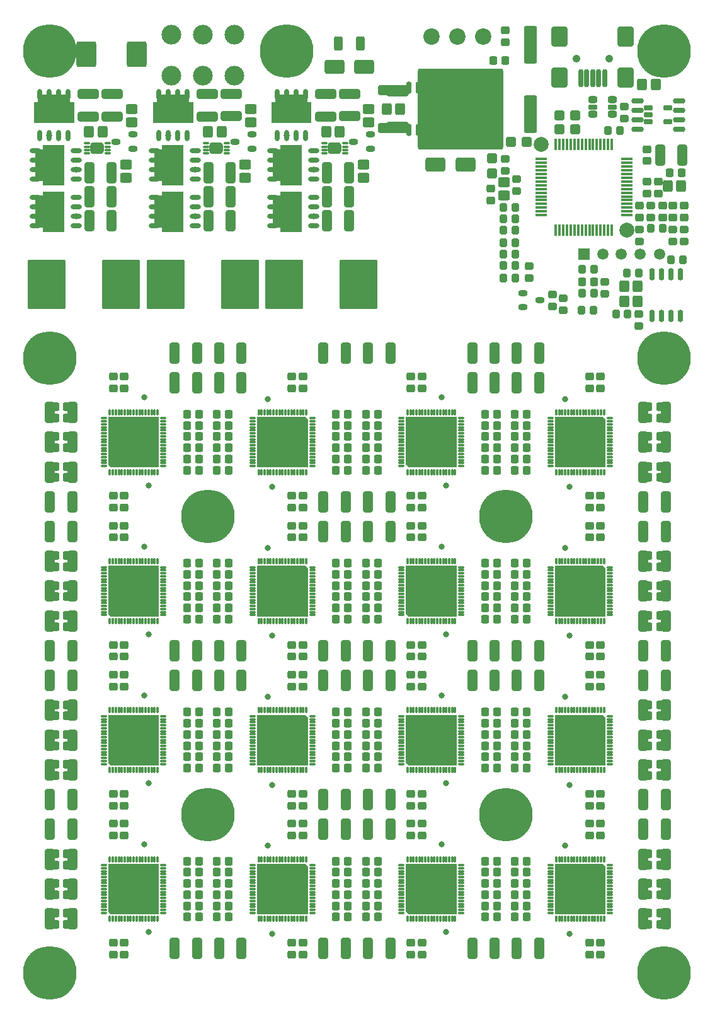
<source format=gts>
%FSLAX44Y44*%
%MOMM*%
G71*
G01*
G75*
G04 Layer_Color=8388736*
%ADD10O,0.8000X0.2000*%
%ADD11O,0.2000X0.8000*%
%ADD12R,0.3500X0.3500*%
%ADD13C,0.6000*%
G04:AMPARAMS|DCode=14|XSize=1mm|YSize=0.95mm|CornerRadius=0.1995mm|HoleSize=0mm|Usage=FLASHONLY|Rotation=90.000|XOffset=0mm|YOffset=0mm|HoleType=Round|Shape=RoundedRectangle|*
%AMROUNDEDRECTD14*
21,1,1.0000,0.5510,0,0,90.0*
21,1,0.6010,0.9500,0,0,90.0*
1,1,0.3990,0.2755,0.3005*
1,1,0.3990,0.2755,-0.3005*
1,1,0.3990,-0.2755,-0.3005*
1,1,0.3990,-0.2755,0.3005*
%
%ADD14ROUNDEDRECTD14*%
G04:AMPARAMS|DCode=15|XSize=1mm|YSize=0.95mm|CornerRadius=0.1995mm|HoleSize=0mm|Usage=FLASHONLY|Rotation=0.000|XOffset=0mm|YOffset=0mm|HoleType=Round|Shape=RoundedRectangle|*
%AMROUNDEDRECTD15*
21,1,1.0000,0.5510,0,0,0.0*
21,1,0.6010,0.9500,0,0,0.0*
1,1,0.3990,0.3005,-0.2755*
1,1,0.3990,-0.3005,-0.2755*
1,1,0.3990,-0.3005,0.2755*
1,1,0.3990,0.3005,0.2755*
%
%ADD15ROUNDEDRECTD15*%
G04:AMPARAMS|DCode=16|XSize=1mm|YSize=0.9mm|CornerRadius=0.198mm|HoleSize=0mm|Usage=FLASHONLY|Rotation=90.000|XOffset=0mm|YOffset=0mm|HoleType=Round|Shape=RoundedRectangle|*
%AMROUNDEDRECTD16*
21,1,1.0000,0.5040,0,0,90.0*
21,1,0.6040,0.9000,0,0,90.0*
1,1,0.3960,0.2520,0.3020*
1,1,0.3960,0.2520,-0.3020*
1,1,0.3960,-0.2520,-0.3020*
1,1,0.3960,-0.2520,0.3020*
%
%ADD16ROUNDEDRECTD16*%
G04:AMPARAMS|DCode=17|XSize=1mm|YSize=0.9mm|CornerRadius=0.198mm|HoleSize=0mm|Usage=FLASHONLY|Rotation=0.000|XOffset=0mm|YOffset=0mm|HoleType=Round|Shape=RoundedRectangle|*
%AMROUNDEDRECTD17*
21,1,1.0000,0.5040,0,0,0.0*
21,1,0.6040,0.9000,0,0,0.0*
1,1,0.3960,0.3020,-0.2520*
1,1,0.3960,-0.3020,-0.2520*
1,1,0.3960,-0.3020,0.2520*
1,1,0.3960,0.3020,0.2520*
%
%ADD17ROUNDEDRECTD17*%
G04:AMPARAMS|DCode=18|XSize=2.7mm|YSize=1.15mm|CornerRadius=0.2013mm|HoleSize=0mm|Usage=FLASHONLY|Rotation=90.000|XOffset=0mm|YOffset=0mm|HoleType=Round|Shape=RoundedRectangle|*
%AMROUNDEDRECTD18*
21,1,2.7000,0.7475,0,0,90.0*
21,1,2.2975,1.1500,0,0,90.0*
1,1,0.4025,0.3738,1.1487*
1,1,0.4025,0.3738,-1.1487*
1,1,0.4025,-0.3738,-1.1487*
1,1,0.4025,-0.3738,1.1487*
%
%ADD18ROUNDEDRECTD18*%
G04:AMPARAMS|DCode=19|XSize=2.5mm|YSize=2mm|CornerRadius=0.2mm|HoleSize=0mm|Usage=FLASHONLY|Rotation=270.000|XOffset=0mm|YOffset=0mm|HoleType=Round|Shape=RoundedRectangle|*
%AMROUNDEDRECTD19*
21,1,2.5000,1.6000,0,0,270.0*
21,1,2.1000,2.0000,0,0,270.0*
1,1,0.4000,-0.8000,-1.0500*
1,1,0.4000,-0.8000,1.0500*
1,1,0.4000,0.8000,1.0500*
1,1,0.4000,0.8000,-1.0500*
%
%ADD19ROUNDEDRECTD19*%
G04:AMPARAMS|DCode=20|XSize=2.3mm|YSize=0.5mm|CornerRadius=0.2mm|HoleSize=0mm|Usage=FLASHONLY|Rotation=270.000|XOffset=0mm|YOffset=0mm|HoleType=Round|Shape=RoundedRectangle|*
%AMROUNDEDRECTD20*
21,1,2.3000,0.1000,0,0,270.0*
21,1,1.9000,0.5000,0,0,270.0*
1,1,0.4000,-0.0500,-0.9500*
1,1,0.4000,-0.0500,0.9500*
1,1,0.4000,0.0500,0.9500*
1,1,0.4000,0.0500,-0.9500*
%
%ADD20ROUNDEDRECTD20*%
G04:AMPARAMS|DCode=21|XSize=2.5mm|YSize=1.7mm|CornerRadius=0.204mm|HoleSize=0mm|Usage=FLASHONLY|Rotation=0.000|XOffset=0mm|YOffset=0mm|HoleType=Round|Shape=RoundedRectangle|*
%AMROUNDEDRECTD21*
21,1,2.5000,1.2920,0,0,0.0*
21,1,2.0920,1.7000,0,0,0.0*
1,1,0.4080,1.0460,-0.6460*
1,1,0.4080,-1.0460,-0.6460*
1,1,0.4080,-1.0460,0.6460*
1,1,0.4080,1.0460,0.6460*
%
%ADD21ROUNDEDRECTD21*%
G04:AMPARAMS|DCode=22|XSize=1.1mm|YSize=0.8mm|CornerRadius=0.268mm|HoleSize=0mm|Usage=FLASHONLY|Rotation=0.000|XOffset=0mm|YOffset=0mm|HoleType=Round|Shape=RoundedRectangle|*
%AMROUNDEDRECTD22*
21,1,1.1000,0.2640,0,0,0.0*
21,1,0.5640,0.8000,0,0,0.0*
1,1,0.5360,0.2820,-0.1320*
1,1,0.5360,-0.2820,-0.1320*
1,1,0.5360,-0.2820,0.1320*
1,1,0.5360,0.2820,0.1320*
%
%ADD22ROUNDEDRECTD22*%
G04:AMPARAMS|DCode=23|XSize=1.1mm|YSize=0.6mm|CornerRadius=0.201mm|HoleSize=0mm|Usage=FLASHONLY|Rotation=0.000|XOffset=0mm|YOffset=0mm|HoleType=Round|Shape=RoundedRectangle|*
%AMROUNDEDRECTD23*
21,1,1.1000,0.1980,0,0,0.0*
21,1,0.6980,0.6000,0,0,0.0*
1,1,0.4020,0.3490,-0.0990*
1,1,0.4020,-0.3490,-0.0990*
1,1,0.4020,-0.3490,0.0990*
1,1,0.4020,0.3490,0.0990*
%
%ADD23ROUNDEDRECTD23*%
G04:AMPARAMS|DCode=24|XSize=1.2mm|YSize=1.2mm|CornerRadius=0.198mm|HoleSize=0mm|Usage=FLASHONLY|Rotation=0.000|XOffset=0mm|YOffset=0mm|HoleType=Round|Shape=RoundedRectangle|*
%AMROUNDEDRECTD24*
21,1,1.2000,0.8040,0,0,0.0*
21,1,0.8040,1.2000,0,0,0.0*
1,1,0.3960,0.4020,-0.4020*
1,1,0.3960,-0.4020,-0.4020*
1,1,0.3960,-0.4020,0.4020*
1,1,0.3960,0.4020,0.4020*
%
%ADD24ROUNDEDRECTD24*%
G04:AMPARAMS|DCode=25|XSize=1.45mm|YSize=1.15mm|CornerRadius=0.2013mm|HoleSize=0mm|Usage=FLASHONLY|Rotation=0.000|XOffset=0mm|YOffset=0mm|HoleType=Round|Shape=RoundedRectangle|*
%AMROUNDEDRECTD25*
21,1,1.4500,0.7475,0,0,0.0*
21,1,1.0475,1.1500,0,0,0.0*
1,1,0.4025,0.5238,-0.3738*
1,1,0.4025,-0.5238,-0.3738*
1,1,0.4025,-0.5238,0.3738*
1,1,0.4025,0.5238,0.3738*
%
%ADD25ROUNDEDRECTD25*%
G04:AMPARAMS|DCode=26|XSize=1.45mm|YSize=1.15mm|CornerRadius=0.2013mm|HoleSize=0mm|Usage=FLASHONLY|Rotation=270.000|XOffset=0mm|YOffset=0mm|HoleType=Round|Shape=RoundedRectangle|*
%AMROUNDEDRECTD26*
21,1,1.4500,0.7475,0,0,270.0*
21,1,1.0475,1.1500,0,0,270.0*
1,1,0.4025,-0.3738,-0.5238*
1,1,0.4025,-0.3738,0.5238*
1,1,0.4025,0.3738,0.5238*
1,1,0.4025,0.3738,-0.5238*
%
%ADD26ROUNDEDRECTD26*%
G04:AMPARAMS|DCode=27|XSize=2.7mm|YSize=1.15mm|CornerRadius=0.2013mm|HoleSize=0mm|Usage=FLASHONLY|Rotation=180.000|XOffset=0mm|YOffset=0mm|HoleType=Round|Shape=RoundedRectangle|*
%AMROUNDEDRECTD27*
21,1,2.7000,0.7475,0,0,180.0*
21,1,2.2975,1.1500,0,0,180.0*
1,1,0.4025,-1.1487,0.3738*
1,1,0.4025,1.1487,0.3738*
1,1,0.4025,1.1487,-0.3738*
1,1,0.4025,-1.1487,-0.3738*
%
%ADD27ROUNDEDRECTD27*%
G04:AMPARAMS|DCode=28|XSize=1.05mm|YSize=0.65mm|CornerRadius=0.2015mm|HoleSize=0mm|Usage=FLASHONLY|Rotation=180.000|XOffset=0mm|YOffset=0mm|HoleType=Round|Shape=RoundedRectangle|*
%AMROUNDEDRECTD28*
21,1,1.0500,0.2470,0,0,180.0*
21,1,0.6470,0.6500,0,0,180.0*
1,1,0.4030,-0.3235,0.1235*
1,1,0.4030,0.3235,0.1235*
1,1,0.4030,0.3235,-0.1235*
1,1,0.4030,-0.3235,-0.1235*
%
%ADD28ROUNDEDRECTD28*%
G04:AMPARAMS|DCode=29|XSize=1.2mm|YSize=1.2mm|CornerRadius=0.198mm|HoleSize=0mm|Usage=FLASHONLY|Rotation=90.000|XOffset=0mm|YOffset=0mm|HoleType=Round|Shape=RoundedRectangle|*
%AMROUNDEDRECTD29*
21,1,1.2000,0.8040,0,0,90.0*
21,1,0.8040,1.2000,0,0,90.0*
1,1,0.3960,0.4020,0.4020*
1,1,0.3960,0.4020,-0.4020*
1,1,0.3960,-0.4020,-0.4020*
1,1,0.3960,-0.4020,0.4020*
%
%ADD29ROUNDEDRECTD29*%
G04:AMPARAMS|DCode=30|XSize=3.3mm|YSize=2.5mm|CornerRadius=0.2mm|HoleSize=0mm|Usage=FLASHONLY|Rotation=270.000|XOffset=0mm|YOffset=0mm|HoleType=Round|Shape=RoundedRectangle|*
%AMROUNDEDRECTD30*
21,1,3.3000,2.1000,0,0,270.0*
21,1,2.9000,2.5000,0,0,270.0*
1,1,0.4000,-1.0500,-1.4500*
1,1,0.4000,-1.0500,1.4500*
1,1,0.4000,1.0500,1.4500*
1,1,0.4000,1.0500,-1.4500*
%
%ADD30ROUNDEDRECTD30*%
G04:AMPARAMS|DCode=31|XSize=6.5mm|YSize=5mm|CornerRadius=0.25mm|HoleSize=0mm|Usage=FLASHONLY|Rotation=90.000|XOffset=0mm|YOffset=0mm|HoleType=Round|Shape=RoundedRectangle|*
%AMROUNDEDRECTD31*
21,1,6.5000,4.5000,0,0,90.0*
21,1,6.0000,5.0000,0,0,90.0*
1,1,0.5000,2.2500,3.0000*
1,1,0.5000,2.2500,-3.0000*
1,1,0.5000,-2.2500,-3.0000*
1,1,0.5000,-2.2500,3.0000*
%
%ADD31ROUNDEDRECTD31*%
%ADD32O,0.5000X1.3500*%
%ADD33O,1.3500X0.5000*%
G04:AMPARAMS|DCode=34|XSize=1.75mm|YSize=1.05mm|CornerRadius=0.1995mm|HoleSize=0mm|Usage=FLASHONLY|Rotation=90.000|XOffset=0mm|YOffset=0mm|HoleType=Round|Shape=RoundedRectangle|*
%AMROUNDEDRECTD34*
21,1,1.7500,0.6510,0,0,90.0*
21,1,1.3510,1.0500,0,0,90.0*
1,1,0.3990,0.3255,0.6755*
1,1,0.3990,0.3255,-0.6755*
1,1,0.3990,-0.3255,-0.6755*
1,1,0.3990,-0.3255,0.6755*
%
%ADD34ROUNDEDRECTD34*%
G04:AMPARAMS|DCode=35|XSize=0.7mm|YSize=0.25mm|CornerRadius=0.0838mm|HoleSize=0mm|Usage=FLASHONLY|Rotation=0.000|XOffset=0mm|YOffset=0mm|HoleType=Round|Shape=RoundedRectangle|*
%AMROUNDEDRECTD35*
21,1,0.7000,0.0825,0,0,0.0*
21,1,0.5325,0.2500,0,0,0.0*
1,1,0.1675,0.2662,-0.0413*
1,1,0.1675,-0.2662,-0.0413*
1,1,0.1675,-0.2662,0.0413*
1,1,0.1675,0.2662,0.0413*
%
%ADD35ROUNDEDRECTD35*%
G04:AMPARAMS|DCode=36|XSize=1.35mm|YSize=1.65mm|CornerRadius=0.27mm|HoleSize=0mm|Usage=FLASHONLY|Rotation=90.000|XOffset=0mm|YOffset=0mm|HoleType=Round|Shape=RoundedRectangle|*
%AMROUNDEDRECTD36*
21,1,1.3500,1.1100,0,0,90.0*
21,1,0.8100,1.6500,0,0,90.0*
1,1,0.5400,0.5550,0.4050*
1,1,0.5400,0.5550,-0.4050*
1,1,0.5400,-0.5550,-0.4050*
1,1,0.5400,-0.5550,0.4050*
%
%ADD36ROUNDEDRECTD36*%
%ADD37O,0.6000X1.5500*%
G04:AMPARAMS|DCode=38|XSize=3.95mm|YSize=1.2mm|CornerRadius=0.198mm|HoleSize=0mm|Usage=FLASHONLY|Rotation=0.000|XOffset=0mm|YOffset=0mm|HoleType=Round|Shape=RoundedRectangle|*
%AMROUNDEDRECTD38*
21,1,3.9500,0.8040,0,0,0.0*
21,1,3.5540,1.2000,0,0,0.0*
1,1,0.3960,1.7770,-0.4020*
1,1,0.3960,-1.7770,-0.4020*
1,1,0.3960,-1.7770,0.4020*
1,1,0.3960,1.7770,0.4020*
%
%ADD38ROUNDEDRECTD38*%
G04:AMPARAMS|DCode=39|XSize=11.3mm|YSize=10.75mm|CornerRadius=0.215mm|HoleSize=0mm|Usage=FLASHONLY|Rotation=0.000|XOffset=0mm|YOffset=0mm|HoleType=Round|Shape=RoundedRectangle|*
%AMROUNDEDRECTD39*
21,1,11.3000,10.3200,0,0,0.0*
21,1,10.8700,10.7500,0,0,0.0*
1,1,0.4300,5.4350,-5.1600*
1,1,0.4300,-5.4350,-5.1600*
1,1,0.4300,-5.4350,5.1600*
1,1,0.4300,5.4350,5.1600*
%
%ADD39ROUNDEDRECTD39*%
G04:AMPARAMS|DCode=40|XSize=2.85mm|YSize=1mm|CornerRadius=0.2mm|HoleSize=0mm|Usage=FLASHONLY|Rotation=0.000|XOffset=0mm|YOffset=0mm|HoleType=Round|Shape=RoundedRectangle|*
%AMROUNDEDRECTD40*
21,1,2.8500,0.6000,0,0,0.0*
21,1,2.4500,1.0000,0,0,0.0*
1,1,0.4000,1.2250,-0.3000*
1,1,0.4000,-1.2250,-0.3000*
1,1,0.4000,-1.2250,0.3000*
1,1,0.4000,1.2250,0.3000*
%
%ADD40ROUNDEDRECTD40*%
G04:AMPARAMS|DCode=41|XSize=6.45mm|YSize=6mm|CornerRadius=0.21mm|HoleSize=0mm|Usage=FLASHONLY|Rotation=0.000|XOffset=0mm|YOffset=0mm|HoleType=Round|Shape=RoundedRectangle|*
%AMROUNDEDRECTD41*
21,1,6.4500,5.5800,0,0,0.0*
21,1,6.0300,6.0000,0,0,0.0*
1,1,0.4200,3.0150,-2.7900*
1,1,0.4200,-3.0150,-2.7900*
1,1,0.4200,-3.0150,2.7900*
1,1,0.4200,3.0150,2.7900*
%
%ADD41ROUNDEDRECTD41*%
%ADD42O,1.5500X0.6000*%
G04:AMPARAMS|DCode=43|XSize=4.9mm|YSize=1.6mm|CornerRadius=0.2mm|HoleSize=0mm|Usage=FLASHONLY|Rotation=270.000|XOffset=0mm|YOffset=0mm|HoleType=Round|Shape=RoundedRectangle|*
%AMROUNDEDRECTD43*
21,1,4.9000,1.2000,0,0,270.0*
21,1,4.5000,1.6000,0,0,270.0*
1,1,0.4000,-0.6000,-2.2500*
1,1,0.4000,-0.6000,2.2500*
1,1,0.4000,0.6000,2.2500*
1,1,0.4000,0.6000,-2.2500*
%
%ADD43ROUNDEDRECTD43*%
%ADD44C,1.0000*%
%ADD45O,1.5000X0.3000*%
%ADD46O,0.3000X1.5000*%
%ADD47R,1.3000X1.3000*%
%ADD48C,1.3000*%
%ADD49C,0.2000*%
%ADD50C,0.2500*%
%ADD51C,0.6000*%
%ADD52C,0.5000*%
%ADD53C,0.4000*%
%ADD54C,0.4500*%
%ADD55C,0.3500*%
%ADD56C,2.0000*%
%ADD57C,0.2540*%
%ADD58C,0.3000*%
%ADD59C,0.5000*%
%ADD60C,2.5000*%
%ADD61C,7.0000*%
%ADD62C,2.0000*%
%ADD63C,4.5000*%
%ADD64C,0.1500*%
%ADD65C,0.1000*%
%ADD66C,0.1524*%
%ADD67C,0.0000*%
%ADD68O,0.9000X0.3000*%
%ADD69O,0.3000X0.9000*%
%ADD70R,0.5500X0.5500*%
%ADD71C,0.8000*%
G04:AMPARAMS|DCode=72|XSize=1.15mm|YSize=1.1mm|CornerRadius=0.2745mm|HoleSize=0mm|Usage=FLASHONLY|Rotation=90.000|XOffset=0mm|YOffset=0mm|HoleType=Round|Shape=RoundedRectangle|*
%AMROUNDEDRECTD72*
21,1,1.1500,0.5510,0,0,90.0*
21,1,0.6010,1.1000,0,0,90.0*
1,1,0.5490,0.2755,0.3005*
1,1,0.5490,0.2755,-0.3005*
1,1,0.5490,-0.2755,-0.3005*
1,1,0.5490,-0.2755,0.3005*
%
%ADD72ROUNDEDRECTD72*%
G04:AMPARAMS|DCode=73|XSize=1.15mm|YSize=1.1mm|CornerRadius=0.2745mm|HoleSize=0mm|Usage=FLASHONLY|Rotation=0.000|XOffset=0mm|YOffset=0mm|HoleType=Round|Shape=RoundedRectangle|*
%AMROUNDEDRECTD73*
21,1,1.1500,0.5510,0,0,0.0*
21,1,0.6010,1.1000,0,0,0.0*
1,1,0.5490,0.3005,-0.2755*
1,1,0.5490,-0.3005,-0.2755*
1,1,0.5490,-0.3005,0.2755*
1,1,0.5490,0.3005,0.2755*
%
%ADD73ROUNDEDRECTD73*%
G04:AMPARAMS|DCode=74|XSize=1.15mm|YSize=1.05mm|CornerRadius=0.273mm|HoleSize=0mm|Usage=FLASHONLY|Rotation=90.000|XOffset=0mm|YOffset=0mm|HoleType=Round|Shape=RoundedRectangle|*
%AMROUNDEDRECTD74*
21,1,1.1500,0.5040,0,0,90.0*
21,1,0.6040,1.0500,0,0,90.0*
1,1,0.5460,0.2520,0.3020*
1,1,0.5460,0.2520,-0.3020*
1,1,0.5460,-0.2520,-0.3020*
1,1,0.5460,-0.2520,0.3020*
%
%ADD74ROUNDEDRECTD74*%
G04:AMPARAMS|DCode=75|XSize=1.15mm|YSize=1.05mm|CornerRadius=0.273mm|HoleSize=0mm|Usage=FLASHONLY|Rotation=0.000|XOffset=0mm|YOffset=0mm|HoleType=Round|Shape=RoundedRectangle|*
%AMROUNDEDRECTD75*
21,1,1.1500,0.5040,0,0,0.0*
21,1,0.6040,1.0500,0,0,0.0*
1,1,0.5460,0.3020,-0.2520*
1,1,0.5460,-0.3020,-0.2520*
1,1,0.5460,-0.3020,0.2520*
1,1,0.5460,0.3020,0.2520*
%
%ADD75ROUNDEDRECTD75*%
G04:AMPARAMS|DCode=76|XSize=2.85mm|YSize=1.3mm|CornerRadius=0.2763mm|HoleSize=0mm|Usage=FLASHONLY|Rotation=90.000|XOffset=0mm|YOffset=0mm|HoleType=Round|Shape=RoundedRectangle|*
%AMROUNDEDRECTD76*
21,1,2.8500,0.7475,0,0,90.0*
21,1,2.2975,1.3000,0,0,90.0*
1,1,0.5525,0.3738,1.1487*
1,1,0.5525,0.3738,-1.1487*
1,1,0.5525,-0.3738,-1.1487*
1,1,0.5525,-0.3738,1.1487*
%
%ADD76ROUNDEDRECTD76*%
G04:AMPARAMS|DCode=77|XSize=2.65mm|YSize=2.15mm|CornerRadius=0.275mm|HoleSize=0mm|Usage=FLASHONLY|Rotation=270.000|XOffset=0mm|YOffset=0mm|HoleType=Round|Shape=RoundedRectangle|*
%AMROUNDEDRECTD77*
21,1,2.6500,1.6000,0,0,270.0*
21,1,2.1000,2.1500,0,0,270.0*
1,1,0.5500,-0.8000,-1.0500*
1,1,0.5500,-0.8000,1.0500*
1,1,0.5500,0.8000,1.0500*
1,1,0.5500,0.8000,-1.0500*
%
%ADD77ROUNDEDRECTD77*%
G04:AMPARAMS|DCode=78|XSize=2.45mm|YSize=0.65mm|CornerRadius=0.275mm|HoleSize=0mm|Usage=FLASHONLY|Rotation=270.000|XOffset=0mm|YOffset=0mm|HoleType=Round|Shape=RoundedRectangle|*
%AMROUNDEDRECTD78*
21,1,2.4500,0.1000,0,0,270.0*
21,1,1.9000,0.6500,0,0,270.0*
1,1,0.5500,-0.0500,-0.9500*
1,1,0.5500,-0.0500,0.9500*
1,1,0.5500,0.0500,0.9500*
1,1,0.5500,0.0500,-0.9500*
%
%ADD78ROUNDEDRECTD78*%
G04:AMPARAMS|DCode=79|XSize=2.65mm|YSize=1.85mm|CornerRadius=0.279mm|HoleSize=0mm|Usage=FLASHONLY|Rotation=0.000|XOffset=0mm|YOffset=0mm|HoleType=Round|Shape=RoundedRectangle|*
%AMROUNDEDRECTD79*
21,1,2.6500,1.2920,0,0,0.0*
21,1,2.0920,1.8500,0,0,0.0*
1,1,0.5580,1.0460,-0.6460*
1,1,0.5580,-1.0460,-0.6460*
1,1,0.5580,-1.0460,0.6460*
1,1,0.5580,1.0460,0.6460*
%
%ADD79ROUNDEDRECTD79*%
G04:AMPARAMS|DCode=80|XSize=1.25mm|YSize=0.95mm|CornerRadius=0.343mm|HoleSize=0mm|Usage=FLASHONLY|Rotation=0.000|XOffset=0mm|YOffset=0mm|HoleType=Round|Shape=RoundedRectangle|*
%AMROUNDEDRECTD80*
21,1,1.2500,0.2640,0,0,0.0*
21,1,0.5640,0.9500,0,0,0.0*
1,1,0.6860,0.2820,-0.1320*
1,1,0.6860,-0.2820,-0.1320*
1,1,0.6860,-0.2820,0.1320*
1,1,0.6860,0.2820,0.1320*
%
%ADD80ROUNDEDRECTD80*%
G04:AMPARAMS|DCode=81|XSize=1.25mm|YSize=0.75mm|CornerRadius=0.276mm|HoleSize=0mm|Usage=FLASHONLY|Rotation=0.000|XOffset=0mm|YOffset=0mm|HoleType=Round|Shape=RoundedRectangle|*
%AMROUNDEDRECTD81*
21,1,1.2500,0.1980,0,0,0.0*
21,1,0.6980,0.7500,0,0,0.0*
1,1,0.5520,0.3490,-0.0990*
1,1,0.5520,-0.3490,-0.0990*
1,1,0.5520,-0.3490,0.0990*
1,1,0.5520,0.3490,0.0990*
%
%ADD81ROUNDEDRECTD81*%
G04:AMPARAMS|DCode=82|XSize=1.35mm|YSize=1.35mm|CornerRadius=0.273mm|HoleSize=0mm|Usage=FLASHONLY|Rotation=0.000|XOffset=0mm|YOffset=0mm|HoleType=Round|Shape=RoundedRectangle|*
%AMROUNDEDRECTD82*
21,1,1.3500,0.8040,0,0,0.0*
21,1,0.8040,1.3500,0,0,0.0*
1,1,0.5460,0.4020,-0.4020*
1,1,0.5460,-0.4020,-0.4020*
1,1,0.5460,-0.4020,0.4020*
1,1,0.5460,0.4020,0.4020*
%
%ADD82ROUNDEDRECTD82*%
G04:AMPARAMS|DCode=83|XSize=1.6mm|YSize=1.3mm|CornerRadius=0.2763mm|HoleSize=0mm|Usage=FLASHONLY|Rotation=0.000|XOffset=0mm|YOffset=0mm|HoleType=Round|Shape=RoundedRectangle|*
%AMROUNDEDRECTD83*
21,1,1.6000,0.7475,0,0,0.0*
21,1,1.0475,1.3000,0,0,0.0*
1,1,0.5525,0.5238,-0.3738*
1,1,0.5525,-0.5238,-0.3738*
1,1,0.5525,-0.5238,0.3738*
1,1,0.5525,0.5238,0.3738*
%
%ADD83ROUNDEDRECTD83*%
G04:AMPARAMS|DCode=84|XSize=1.6mm|YSize=1.3mm|CornerRadius=0.2763mm|HoleSize=0mm|Usage=FLASHONLY|Rotation=270.000|XOffset=0mm|YOffset=0mm|HoleType=Round|Shape=RoundedRectangle|*
%AMROUNDEDRECTD84*
21,1,1.6000,0.7475,0,0,270.0*
21,1,1.0475,1.3000,0,0,270.0*
1,1,0.5525,-0.3738,-0.5238*
1,1,0.5525,-0.3738,0.5238*
1,1,0.5525,0.3738,0.5238*
1,1,0.5525,0.3738,-0.5238*
%
%ADD84ROUNDEDRECTD84*%
G04:AMPARAMS|DCode=85|XSize=2.85mm|YSize=1.3mm|CornerRadius=0.2763mm|HoleSize=0mm|Usage=FLASHONLY|Rotation=180.000|XOffset=0mm|YOffset=0mm|HoleType=Round|Shape=RoundedRectangle|*
%AMROUNDEDRECTD85*
21,1,2.8500,0.7475,0,0,180.0*
21,1,2.2975,1.3000,0,0,180.0*
1,1,0.5525,-1.1487,0.3738*
1,1,0.5525,1.1487,0.3738*
1,1,0.5525,1.1487,-0.3738*
1,1,0.5525,-1.1487,-0.3738*
%
%ADD85ROUNDEDRECTD85*%
G04:AMPARAMS|DCode=86|XSize=1.2mm|YSize=0.8mm|CornerRadius=0.2765mm|HoleSize=0mm|Usage=FLASHONLY|Rotation=180.000|XOffset=0mm|YOffset=0mm|HoleType=Round|Shape=RoundedRectangle|*
%AMROUNDEDRECTD86*
21,1,1.2000,0.2470,0,0,180.0*
21,1,0.6470,0.8000,0,0,180.0*
1,1,0.5530,-0.3235,0.1235*
1,1,0.5530,0.3235,0.1235*
1,1,0.5530,0.3235,-0.1235*
1,1,0.5530,-0.3235,-0.1235*
%
%ADD86ROUNDEDRECTD86*%
G04:AMPARAMS|DCode=87|XSize=1.35mm|YSize=1.35mm|CornerRadius=0.273mm|HoleSize=0mm|Usage=FLASHONLY|Rotation=90.000|XOffset=0mm|YOffset=0mm|HoleType=Round|Shape=RoundedRectangle|*
%AMROUNDEDRECTD87*
21,1,1.3500,0.8040,0,0,90.0*
21,1,0.8040,1.3500,0,0,90.0*
1,1,0.5460,0.4020,0.4020*
1,1,0.5460,0.4020,-0.4020*
1,1,0.5460,-0.4020,-0.4020*
1,1,0.5460,-0.4020,0.4020*
%
%ADD87ROUNDEDRECTD87*%
G04:AMPARAMS|DCode=88|XSize=3.45mm|YSize=2.65mm|CornerRadius=0.275mm|HoleSize=0mm|Usage=FLASHONLY|Rotation=270.000|XOffset=0mm|YOffset=0mm|HoleType=Round|Shape=RoundedRectangle|*
%AMROUNDEDRECTD88*
21,1,3.4500,2.1000,0,0,270.0*
21,1,2.9000,2.6500,0,0,270.0*
1,1,0.5500,-1.0500,-1.4500*
1,1,0.5500,-1.0500,1.4500*
1,1,0.5500,1.0500,1.4500*
1,1,0.5500,1.0500,-1.4500*
%
%ADD88ROUNDEDRECTD88*%
G04:AMPARAMS|DCode=89|XSize=6.65mm|YSize=5.15mm|CornerRadius=0.325mm|HoleSize=0mm|Usage=FLASHONLY|Rotation=90.000|XOffset=0mm|YOffset=0mm|HoleType=Round|Shape=RoundedRectangle|*
%AMROUNDEDRECTD89*
21,1,6.6500,4.5000,0,0,90.0*
21,1,6.0000,5.1500,0,0,90.0*
1,1,0.6500,2.2500,3.0000*
1,1,0.6500,2.2500,-3.0000*
1,1,0.6500,-2.2500,-3.0000*
1,1,0.6500,-2.2500,3.0000*
%
%ADD89ROUNDEDRECTD89*%
%ADD90O,0.6500X1.5000*%
%ADD91O,1.5000X0.6500*%
G04:AMPARAMS|DCode=92|XSize=1.9mm|YSize=1.2mm|CornerRadius=0.2745mm|HoleSize=0mm|Usage=FLASHONLY|Rotation=90.000|XOffset=0mm|YOffset=0mm|HoleType=Round|Shape=RoundedRectangle|*
%AMROUNDEDRECTD92*
21,1,1.9000,0.6510,0,0,90.0*
21,1,1.3510,1.2000,0,0,90.0*
1,1,0.5490,0.3255,0.6755*
1,1,0.5490,0.3255,-0.6755*
1,1,0.5490,-0.3255,-0.6755*
1,1,0.5490,-0.3255,0.6755*
%
%ADD92ROUNDEDRECTD92*%
G04:AMPARAMS|DCode=93|XSize=0.8mm|YSize=0.35mm|CornerRadius=0.1338mm|HoleSize=0mm|Usage=FLASHONLY|Rotation=0.000|XOffset=0mm|YOffset=0mm|HoleType=Round|Shape=RoundedRectangle|*
%AMROUNDEDRECTD93*
21,1,0.8000,0.0825,0,0,0.0*
21,1,0.5325,0.3500,0,0,0.0*
1,1,0.2675,0.2662,-0.0413*
1,1,0.2675,-0.2662,-0.0413*
1,1,0.2675,-0.2662,0.0413*
1,1,0.2675,0.2662,0.0413*
%
%ADD93ROUNDEDRECTD93*%
G04:AMPARAMS|DCode=94|XSize=1.5mm|YSize=1.8mm|CornerRadius=0.345mm|HoleSize=0mm|Usage=FLASHONLY|Rotation=90.000|XOffset=0mm|YOffset=0mm|HoleType=Round|Shape=RoundedRectangle|*
%AMROUNDEDRECTD94*
21,1,1.5000,1.1100,0,0,90.0*
21,1,0.8100,1.8000,0,0,90.0*
1,1,0.6900,0.5550,0.4050*
1,1,0.6900,0.5550,-0.4050*
1,1,0.6900,-0.5550,-0.4050*
1,1,0.6900,-0.5550,0.4050*
%
%ADD94ROUNDEDRECTD94*%
%ADD95O,0.7500X1.7000*%
G04:AMPARAMS|DCode=96|XSize=4.1mm|YSize=1.35mm|CornerRadius=0.273mm|HoleSize=0mm|Usage=FLASHONLY|Rotation=0.000|XOffset=0mm|YOffset=0mm|HoleType=Round|Shape=RoundedRectangle|*
%AMROUNDEDRECTD96*
21,1,4.1000,0.8040,0,0,0.0*
21,1,3.5540,1.3500,0,0,0.0*
1,1,0.5460,1.7770,-0.4020*
1,1,0.5460,-1.7770,-0.4020*
1,1,0.5460,-1.7770,0.4020*
1,1,0.5460,1.7770,0.4020*
%
%ADD96ROUNDEDRECTD96*%
G04:AMPARAMS|DCode=97|XSize=11.45mm|YSize=10.9mm|CornerRadius=0.29mm|HoleSize=0mm|Usage=FLASHONLY|Rotation=0.000|XOffset=0mm|YOffset=0mm|HoleType=Round|Shape=RoundedRectangle|*
%AMROUNDEDRECTD97*
21,1,11.4500,10.3200,0,0,0.0*
21,1,10.8700,10.9000,0,0,0.0*
1,1,0.5800,5.4350,-5.1600*
1,1,0.5800,-5.4350,-5.1600*
1,1,0.5800,-5.4350,5.1600*
1,1,0.5800,5.4350,5.1600*
%
%ADD97ROUNDEDRECTD97*%
G04:AMPARAMS|DCode=98|XSize=3mm|YSize=1.15mm|CornerRadius=0.275mm|HoleSize=0mm|Usage=FLASHONLY|Rotation=0.000|XOffset=0mm|YOffset=0mm|HoleType=Round|Shape=RoundedRectangle|*
%AMROUNDEDRECTD98*
21,1,3.0000,0.6000,0,0,0.0*
21,1,2.4500,1.1500,0,0,0.0*
1,1,0.5500,1.2250,-0.3000*
1,1,0.5500,-1.2250,-0.3000*
1,1,0.5500,-1.2250,0.3000*
1,1,0.5500,1.2250,0.3000*
%
%ADD98ROUNDEDRECTD98*%
G04:AMPARAMS|DCode=99|XSize=6.6mm|YSize=6.15mm|CornerRadius=0.285mm|HoleSize=0mm|Usage=FLASHONLY|Rotation=0.000|XOffset=0mm|YOffset=0mm|HoleType=Round|Shape=RoundedRectangle|*
%AMROUNDEDRECTD99*
21,1,6.6000,5.5800,0,0,0.0*
21,1,6.0300,6.1500,0,0,0.0*
1,1,0.5700,3.0150,-2.7900*
1,1,0.5700,-3.0150,-2.7900*
1,1,0.5700,-3.0150,2.7900*
1,1,0.5700,3.0150,2.7900*
%
%ADD99ROUNDEDRECTD99*%
%ADD100O,1.7000X0.7500*%
G04:AMPARAMS|DCode=101|XSize=5.05mm|YSize=1.75mm|CornerRadius=0.275mm|HoleSize=0mm|Usage=FLASHONLY|Rotation=270.000|XOffset=0mm|YOffset=0mm|HoleType=Round|Shape=RoundedRectangle|*
%AMROUNDEDRECTD101*
21,1,5.0500,1.2000,0,0,270.0*
21,1,4.5000,1.7500,0,0,270.0*
1,1,0.5500,-0.6000,-2.2500*
1,1,0.5500,-0.6000,2.2500*
1,1,0.5500,0.6000,2.2500*
1,1,0.5500,0.6000,-2.2500*
%
%ADD101ROUNDEDRECTD101*%
%ADD102C,2.0000*%
%ADD103O,1.6000X0.4000*%
%ADD104O,0.4000X1.6000*%
%ADD105R,1.5000X1.5000*%
%ADD106C,1.5000*%
%ADD107C,1.0500*%
%ADD108C,2.6500*%
%ADD109C,7.2000*%
%ADD110C,2.2000*%
G36*
X-716000Y516000D02*
X-780500D01*
X-784000Y519500D01*
Y584000D01*
X-716000D01*
Y516000D01*
D02*
G37*
G36*
X-116000Y380500D02*
Y316000D01*
X-184000D01*
Y384000D01*
X-119500D01*
X-116000Y380500D01*
D02*
G37*
G36*
X-316000Y316000D02*
X-380500D01*
X-384000Y319500D01*
Y384000D01*
X-316000D01*
Y316000D01*
D02*
G37*
G36*
X-116000Y580500D02*
Y516000D01*
X-184000D01*
Y584000D01*
X-119500D01*
X-116000Y580500D01*
D02*
G37*
G36*
X-316000Y516000D02*
X-380500D01*
X-384000Y519500D01*
Y584000D01*
X-316000D01*
Y516000D01*
D02*
G37*
G36*
X-516000Y580500D02*
Y516000D01*
X-584000D01*
Y584000D01*
X-519500D01*
X-516000Y580500D01*
D02*
G37*
G36*
Y180500D02*
Y116000D01*
X-584000D01*
Y184000D01*
X-519500D01*
X-516000Y180500D01*
D02*
G37*
G36*
X-716000Y116000D02*
X-780500D01*
X-784000Y119500D01*
Y184000D01*
X-716000D01*
Y116000D01*
D02*
G37*
G36*
X-316000Y116000D02*
X-380500D01*
X-384000Y119500D01*
Y184000D01*
X-316000D01*
Y116000D01*
D02*
G37*
G36*
X-516000Y380500D02*
Y316000D01*
X-584000D01*
Y384000D01*
X-519500D01*
X-516000Y380500D01*
D02*
G37*
G36*
X-716000Y316000D02*
X-780500D01*
X-784000Y319500D01*
Y384000D01*
X-716000D01*
Y316000D01*
D02*
G37*
G36*
X-116000Y180500D02*
Y116000D01*
X-184000D01*
Y184000D01*
X-119500D01*
X-116000Y180500D01*
D02*
G37*
G36*
X-316000Y716000D02*
X-380500D01*
X-384000Y719500D01*
Y784000D01*
X-316000D01*
Y716000D01*
D02*
G37*
G36*
X-524500Y1094948D02*
X-553000D01*
Y1100448D01*
X-563000D01*
Y1143448D01*
X-553000D01*
Y1148948D01*
X-524500D01*
Y1094948D01*
D02*
G37*
G36*
X-683500D02*
X-712000D01*
Y1100448D01*
X-722000D01*
Y1143448D01*
X-712000D01*
Y1148948D01*
X-683500D01*
Y1094948D01*
D02*
G37*
G36*
X-843500D02*
X-872000D01*
Y1100448D01*
X-882000D01*
Y1143448D01*
X-872000D01*
Y1148948D01*
X-843500D01*
Y1094948D01*
D02*
G37*
G36*
X-516500Y1206998D02*
X-511000D01*
Y1178498D01*
X-565000D01*
Y1206998D01*
X-559500D01*
Y1216998D01*
X-516500D01*
Y1206998D01*
D02*
G37*
G36*
X-675500D02*
X-670000D01*
Y1178498D01*
X-724000D01*
Y1206998D01*
X-718500D01*
Y1216998D01*
X-675500D01*
Y1206998D01*
D02*
G37*
G36*
X-835500D02*
X-830000D01*
Y1178498D01*
X-884000D01*
Y1206998D01*
X-878500D01*
Y1216998D01*
X-835500D01*
Y1206998D01*
D02*
G37*
G36*
X-116000Y780500D02*
Y716000D01*
X-184000D01*
Y784000D01*
X-119500D01*
X-116000Y780500D01*
D02*
G37*
G36*
X-516000D02*
Y716000D01*
X-584000D01*
Y784000D01*
X-519500D01*
X-516000Y780500D01*
D02*
G37*
G36*
X-716000Y716000D02*
X-780500D01*
X-784000Y719500D01*
Y784000D01*
X-716000D01*
Y716000D01*
D02*
G37*
G36*
X-524500Y1032500D02*
X-553000D01*
Y1038000D01*
X-563000D01*
Y1081000D01*
X-553000D01*
Y1086500D01*
X-524500D01*
Y1032500D01*
D02*
G37*
G36*
X-683500D02*
X-712000D01*
Y1038000D01*
X-722000D01*
Y1081000D01*
X-712000D01*
Y1086500D01*
X-683500D01*
Y1032500D01*
D02*
G37*
G36*
X-843500D02*
X-872000D01*
Y1038000D01*
X-882000D01*
Y1081000D01*
X-872000D01*
Y1086500D01*
X-843500D01*
Y1032500D01*
D02*
G37*
D68*
X-110000Y782000D02*
D03*
Y778000D02*
D03*
Y774000D02*
D03*
Y770000D02*
D03*
Y738000D02*
D03*
Y742000D02*
D03*
Y746000D02*
D03*
Y750000D02*
D03*
Y754000D02*
D03*
Y758000D02*
D03*
Y762000D02*
D03*
Y766000D02*
D03*
Y734000D02*
D03*
Y730000D02*
D03*
Y726000D02*
D03*
Y722000D02*
D03*
Y718000D02*
D03*
X-190000D02*
D03*
Y722000D02*
D03*
Y726000D02*
D03*
Y730000D02*
D03*
Y734000D02*
D03*
Y738000D02*
D03*
Y742000D02*
D03*
Y746000D02*
D03*
Y750000D02*
D03*
Y754000D02*
D03*
Y758000D02*
D03*
Y762000D02*
D03*
Y766000D02*
D03*
Y770000D02*
D03*
Y774000D02*
D03*
Y778000D02*
D03*
Y782000D02*
D03*
Y582000D02*
D03*
Y578000D02*
D03*
Y574000D02*
D03*
Y570000D02*
D03*
Y566000D02*
D03*
Y562000D02*
D03*
Y558000D02*
D03*
Y554000D02*
D03*
Y550000D02*
D03*
Y546000D02*
D03*
Y542000D02*
D03*
Y538000D02*
D03*
Y534000D02*
D03*
Y530000D02*
D03*
Y526000D02*
D03*
Y522000D02*
D03*
Y518000D02*
D03*
X-110000D02*
D03*
Y522000D02*
D03*
Y526000D02*
D03*
Y530000D02*
D03*
Y534000D02*
D03*
Y566000D02*
D03*
Y562000D02*
D03*
Y558000D02*
D03*
Y554000D02*
D03*
Y550000D02*
D03*
Y546000D02*
D03*
Y542000D02*
D03*
Y538000D02*
D03*
Y570000D02*
D03*
Y574000D02*
D03*
Y578000D02*
D03*
Y582000D02*
D03*
Y382000D02*
D03*
Y378000D02*
D03*
Y374000D02*
D03*
Y370000D02*
D03*
Y338000D02*
D03*
Y342000D02*
D03*
Y346000D02*
D03*
Y350000D02*
D03*
Y354000D02*
D03*
Y358000D02*
D03*
Y362000D02*
D03*
Y366000D02*
D03*
Y334000D02*
D03*
Y330000D02*
D03*
Y326000D02*
D03*
Y322000D02*
D03*
Y318000D02*
D03*
X-190000D02*
D03*
Y322000D02*
D03*
Y326000D02*
D03*
Y330000D02*
D03*
Y334000D02*
D03*
Y338000D02*
D03*
Y342000D02*
D03*
Y346000D02*
D03*
Y350000D02*
D03*
Y354000D02*
D03*
Y358000D02*
D03*
Y362000D02*
D03*
Y366000D02*
D03*
Y370000D02*
D03*
Y374000D02*
D03*
Y378000D02*
D03*
Y382000D02*
D03*
Y182000D02*
D03*
Y178000D02*
D03*
Y174000D02*
D03*
Y170000D02*
D03*
Y166000D02*
D03*
Y162000D02*
D03*
Y158000D02*
D03*
Y154000D02*
D03*
Y150000D02*
D03*
Y146000D02*
D03*
Y142000D02*
D03*
Y138000D02*
D03*
Y134000D02*
D03*
Y130000D02*
D03*
Y126000D02*
D03*
Y122000D02*
D03*
Y118000D02*
D03*
X-110000D02*
D03*
Y122000D02*
D03*
Y126000D02*
D03*
Y130000D02*
D03*
Y134000D02*
D03*
Y166000D02*
D03*
Y162000D02*
D03*
Y158000D02*
D03*
Y154000D02*
D03*
Y150000D02*
D03*
Y146000D02*
D03*
Y142000D02*
D03*
Y138000D02*
D03*
Y170000D02*
D03*
Y174000D02*
D03*
Y178000D02*
D03*
Y182000D02*
D03*
X-390000Y118000D02*
D03*
Y122000D02*
D03*
Y126000D02*
D03*
Y130000D02*
D03*
Y162000D02*
D03*
Y158000D02*
D03*
Y154000D02*
D03*
Y150000D02*
D03*
Y146000D02*
D03*
Y142000D02*
D03*
Y138000D02*
D03*
Y134000D02*
D03*
Y166000D02*
D03*
Y170000D02*
D03*
Y174000D02*
D03*
Y178000D02*
D03*
Y182000D02*
D03*
X-310000D02*
D03*
Y178000D02*
D03*
Y174000D02*
D03*
Y170000D02*
D03*
Y166000D02*
D03*
Y162000D02*
D03*
Y158000D02*
D03*
Y154000D02*
D03*
Y150000D02*
D03*
Y146000D02*
D03*
Y142000D02*
D03*
Y138000D02*
D03*
Y134000D02*
D03*
Y130000D02*
D03*
Y126000D02*
D03*
Y122000D02*
D03*
Y118000D02*
D03*
Y318000D02*
D03*
Y322000D02*
D03*
Y326000D02*
D03*
Y330000D02*
D03*
Y334000D02*
D03*
Y338000D02*
D03*
Y342000D02*
D03*
Y346000D02*
D03*
Y350000D02*
D03*
Y354000D02*
D03*
Y358000D02*
D03*
Y362000D02*
D03*
Y366000D02*
D03*
Y370000D02*
D03*
Y374000D02*
D03*
Y378000D02*
D03*
Y382000D02*
D03*
X-390000D02*
D03*
Y378000D02*
D03*
Y374000D02*
D03*
Y370000D02*
D03*
Y366000D02*
D03*
Y334000D02*
D03*
Y338000D02*
D03*
Y342000D02*
D03*
Y346000D02*
D03*
Y350000D02*
D03*
Y354000D02*
D03*
Y358000D02*
D03*
Y362000D02*
D03*
Y330000D02*
D03*
Y326000D02*
D03*
Y322000D02*
D03*
Y318000D02*
D03*
Y518000D02*
D03*
Y522000D02*
D03*
Y526000D02*
D03*
Y530000D02*
D03*
Y562000D02*
D03*
Y558000D02*
D03*
Y554000D02*
D03*
Y550000D02*
D03*
Y546000D02*
D03*
Y542000D02*
D03*
Y538000D02*
D03*
Y534000D02*
D03*
Y566000D02*
D03*
Y570000D02*
D03*
Y574000D02*
D03*
Y578000D02*
D03*
Y582000D02*
D03*
X-310000D02*
D03*
Y578000D02*
D03*
Y574000D02*
D03*
Y570000D02*
D03*
Y566000D02*
D03*
Y562000D02*
D03*
Y558000D02*
D03*
Y554000D02*
D03*
Y550000D02*
D03*
Y546000D02*
D03*
Y542000D02*
D03*
Y538000D02*
D03*
Y534000D02*
D03*
Y530000D02*
D03*
Y526000D02*
D03*
Y522000D02*
D03*
Y518000D02*
D03*
Y718000D02*
D03*
Y722000D02*
D03*
Y726000D02*
D03*
Y730000D02*
D03*
Y734000D02*
D03*
Y738000D02*
D03*
Y742000D02*
D03*
Y746000D02*
D03*
Y750000D02*
D03*
Y754000D02*
D03*
Y758000D02*
D03*
Y762000D02*
D03*
Y766000D02*
D03*
Y770000D02*
D03*
Y774000D02*
D03*
Y778000D02*
D03*
Y782000D02*
D03*
X-390000D02*
D03*
Y778000D02*
D03*
Y774000D02*
D03*
Y770000D02*
D03*
Y766000D02*
D03*
Y734000D02*
D03*
Y738000D02*
D03*
Y742000D02*
D03*
Y746000D02*
D03*
Y750000D02*
D03*
Y754000D02*
D03*
Y758000D02*
D03*
Y762000D02*
D03*
Y730000D02*
D03*
Y726000D02*
D03*
Y722000D02*
D03*
Y718000D02*
D03*
X-510000Y782000D02*
D03*
Y778000D02*
D03*
Y774000D02*
D03*
Y770000D02*
D03*
Y738000D02*
D03*
Y742000D02*
D03*
Y746000D02*
D03*
Y750000D02*
D03*
Y754000D02*
D03*
Y758000D02*
D03*
Y762000D02*
D03*
Y766000D02*
D03*
Y734000D02*
D03*
Y730000D02*
D03*
Y726000D02*
D03*
Y722000D02*
D03*
Y718000D02*
D03*
X-590000D02*
D03*
Y722000D02*
D03*
Y726000D02*
D03*
Y730000D02*
D03*
Y734000D02*
D03*
Y738000D02*
D03*
Y742000D02*
D03*
Y746000D02*
D03*
Y750000D02*
D03*
Y754000D02*
D03*
Y758000D02*
D03*
Y762000D02*
D03*
Y766000D02*
D03*
Y770000D02*
D03*
Y774000D02*
D03*
Y778000D02*
D03*
Y782000D02*
D03*
Y582000D02*
D03*
Y578000D02*
D03*
Y574000D02*
D03*
Y570000D02*
D03*
Y566000D02*
D03*
Y562000D02*
D03*
Y558000D02*
D03*
Y554000D02*
D03*
Y550000D02*
D03*
Y546000D02*
D03*
Y542000D02*
D03*
Y538000D02*
D03*
Y534000D02*
D03*
Y530000D02*
D03*
Y526000D02*
D03*
Y522000D02*
D03*
Y518000D02*
D03*
X-510000D02*
D03*
Y522000D02*
D03*
Y526000D02*
D03*
Y530000D02*
D03*
Y534000D02*
D03*
Y566000D02*
D03*
Y562000D02*
D03*
Y558000D02*
D03*
Y554000D02*
D03*
Y550000D02*
D03*
Y546000D02*
D03*
Y542000D02*
D03*
Y538000D02*
D03*
Y570000D02*
D03*
Y574000D02*
D03*
Y578000D02*
D03*
Y582000D02*
D03*
Y382000D02*
D03*
Y378000D02*
D03*
Y374000D02*
D03*
Y370000D02*
D03*
Y338000D02*
D03*
Y342000D02*
D03*
Y346000D02*
D03*
Y350000D02*
D03*
Y354000D02*
D03*
Y358000D02*
D03*
Y362000D02*
D03*
Y366000D02*
D03*
Y334000D02*
D03*
Y330000D02*
D03*
Y326000D02*
D03*
Y322000D02*
D03*
Y318000D02*
D03*
X-590000D02*
D03*
Y322000D02*
D03*
Y326000D02*
D03*
Y330000D02*
D03*
Y334000D02*
D03*
Y338000D02*
D03*
Y342000D02*
D03*
Y346000D02*
D03*
Y350000D02*
D03*
Y354000D02*
D03*
Y358000D02*
D03*
Y362000D02*
D03*
Y366000D02*
D03*
Y370000D02*
D03*
Y374000D02*
D03*
Y378000D02*
D03*
Y382000D02*
D03*
Y182000D02*
D03*
Y178000D02*
D03*
Y174000D02*
D03*
Y170000D02*
D03*
Y166000D02*
D03*
Y162000D02*
D03*
Y158000D02*
D03*
Y154000D02*
D03*
Y150000D02*
D03*
Y146000D02*
D03*
Y142000D02*
D03*
Y138000D02*
D03*
Y134000D02*
D03*
Y130000D02*
D03*
Y126000D02*
D03*
Y122000D02*
D03*
Y118000D02*
D03*
X-510000D02*
D03*
Y122000D02*
D03*
Y126000D02*
D03*
Y130000D02*
D03*
Y134000D02*
D03*
Y166000D02*
D03*
Y162000D02*
D03*
Y158000D02*
D03*
Y154000D02*
D03*
Y150000D02*
D03*
Y146000D02*
D03*
Y142000D02*
D03*
Y138000D02*
D03*
Y170000D02*
D03*
Y174000D02*
D03*
Y178000D02*
D03*
Y182000D02*
D03*
X-790000Y118000D02*
D03*
Y122000D02*
D03*
Y126000D02*
D03*
Y130000D02*
D03*
Y162000D02*
D03*
Y158000D02*
D03*
Y154000D02*
D03*
Y150000D02*
D03*
Y146000D02*
D03*
Y142000D02*
D03*
Y138000D02*
D03*
Y134000D02*
D03*
Y166000D02*
D03*
Y170000D02*
D03*
Y174000D02*
D03*
Y178000D02*
D03*
Y182000D02*
D03*
X-710000D02*
D03*
Y178000D02*
D03*
Y174000D02*
D03*
Y170000D02*
D03*
Y166000D02*
D03*
Y162000D02*
D03*
Y158000D02*
D03*
Y154000D02*
D03*
Y150000D02*
D03*
Y146000D02*
D03*
Y142000D02*
D03*
Y138000D02*
D03*
Y134000D02*
D03*
Y130000D02*
D03*
Y126000D02*
D03*
Y122000D02*
D03*
Y118000D02*
D03*
Y318000D02*
D03*
Y322000D02*
D03*
Y326000D02*
D03*
Y330000D02*
D03*
Y334000D02*
D03*
Y338000D02*
D03*
Y342000D02*
D03*
Y346000D02*
D03*
Y350000D02*
D03*
Y354000D02*
D03*
Y358000D02*
D03*
Y362000D02*
D03*
Y366000D02*
D03*
Y370000D02*
D03*
Y374000D02*
D03*
Y378000D02*
D03*
Y382000D02*
D03*
X-790000D02*
D03*
Y378000D02*
D03*
Y374000D02*
D03*
Y370000D02*
D03*
Y366000D02*
D03*
Y334000D02*
D03*
Y338000D02*
D03*
Y342000D02*
D03*
Y346000D02*
D03*
Y350000D02*
D03*
Y354000D02*
D03*
Y358000D02*
D03*
Y362000D02*
D03*
Y330000D02*
D03*
Y326000D02*
D03*
Y322000D02*
D03*
Y318000D02*
D03*
Y518000D02*
D03*
Y522000D02*
D03*
Y526000D02*
D03*
Y530000D02*
D03*
Y562000D02*
D03*
Y558000D02*
D03*
Y554000D02*
D03*
Y550000D02*
D03*
Y546000D02*
D03*
Y542000D02*
D03*
Y538000D02*
D03*
Y534000D02*
D03*
Y566000D02*
D03*
Y570000D02*
D03*
Y574000D02*
D03*
Y578000D02*
D03*
Y582000D02*
D03*
X-710000D02*
D03*
Y578000D02*
D03*
Y574000D02*
D03*
Y570000D02*
D03*
Y566000D02*
D03*
Y562000D02*
D03*
Y558000D02*
D03*
Y554000D02*
D03*
Y550000D02*
D03*
Y546000D02*
D03*
Y542000D02*
D03*
Y538000D02*
D03*
Y534000D02*
D03*
Y530000D02*
D03*
Y526000D02*
D03*
Y522000D02*
D03*
Y518000D02*
D03*
Y718000D02*
D03*
Y722000D02*
D03*
Y726000D02*
D03*
Y730000D02*
D03*
Y734000D02*
D03*
Y738000D02*
D03*
Y742000D02*
D03*
Y746000D02*
D03*
Y750000D02*
D03*
Y754000D02*
D03*
Y758000D02*
D03*
Y762000D02*
D03*
Y766000D02*
D03*
Y770000D02*
D03*
Y774000D02*
D03*
Y778000D02*
D03*
Y782000D02*
D03*
X-790000D02*
D03*
Y778000D02*
D03*
Y774000D02*
D03*
Y770000D02*
D03*
Y766000D02*
D03*
Y734000D02*
D03*
Y738000D02*
D03*
Y742000D02*
D03*
Y746000D02*
D03*
Y750000D02*
D03*
Y754000D02*
D03*
Y758000D02*
D03*
Y762000D02*
D03*
Y730000D02*
D03*
Y726000D02*
D03*
Y722000D02*
D03*
Y718000D02*
D03*
D69*
X-182000Y790000D02*
D03*
X-118000Y710000D02*
D03*
X-122000D02*
D03*
X-126000D02*
D03*
X-130000D02*
D03*
X-134000D02*
D03*
X-138000D02*
D03*
X-142000D02*
D03*
X-146000D02*
D03*
X-150000D02*
D03*
X-154000D02*
D03*
X-158000D02*
D03*
X-162000D02*
D03*
X-166000D02*
D03*
X-170000D02*
D03*
X-174000D02*
D03*
X-178000D02*
D03*
X-182000D02*
D03*
X-178000Y790000D02*
D03*
X-174000D02*
D03*
X-170000D02*
D03*
X-166000D02*
D03*
X-162000D02*
D03*
X-158000D02*
D03*
X-154000D02*
D03*
X-150000D02*
D03*
X-146000D02*
D03*
X-142000D02*
D03*
X-138000D02*
D03*
X-134000D02*
D03*
X-130000D02*
D03*
X-126000D02*
D03*
X-122000D02*
D03*
X-118000D02*
D03*
Y590000D02*
D03*
X-122000D02*
D03*
X-126000D02*
D03*
X-130000D02*
D03*
X-134000D02*
D03*
X-138000D02*
D03*
X-142000D02*
D03*
X-146000D02*
D03*
X-150000D02*
D03*
X-154000D02*
D03*
X-158000D02*
D03*
X-162000D02*
D03*
X-166000D02*
D03*
X-170000D02*
D03*
X-174000D02*
D03*
X-178000D02*
D03*
X-182000Y510000D02*
D03*
X-178000D02*
D03*
X-174000D02*
D03*
X-170000D02*
D03*
X-166000D02*
D03*
X-162000D02*
D03*
X-158000D02*
D03*
X-154000D02*
D03*
X-150000D02*
D03*
X-146000D02*
D03*
X-142000D02*
D03*
X-138000D02*
D03*
X-134000D02*
D03*
X-130000D02*
D03*
X-126000D02*
D03*
X-122000D02*
D03*
X-118000D02*
D03*
X-182000Y590000D02*
D03*
Y390000D02*
D03*
X-118000Y310000D02*
D03*
X-122000D02*
D03*
X-126000D02*
D03*
X-130000D02*
D03*
X-134000D02*
D03*
X-138000D02*
D03*
X-142000D02*
D03*
X-146000D02*
D03*
X-150000D02*
D03*
X-154000D02*
D03*
X-158000D02*
D03*
X-162000D02*
D03*
X-166000D02*
D03*
X-170000D02*
D03*
X-174000D02*
D03*
X-178000D02*
D03*
X-182000D02*
D03*
X-178000Y390000D02*
D03*
X-174000D02*
D03*
X-170000D02*
D03*
X-166000D02*
D03*
X-162000D02*
D03*
X-158000D02*
D03*
X-154000D02*
D03*
X-150000D02*
D03*
X-146000D02*
D03*
X-142000D02*
D03*
X-138000D02*
D03*
X-134000D02*
D03*
X-130000D02*
D03*
X-126000D02*
D03*
X-122000D02*
D03*
X-118000D02*
D03*
Y190000D02*
D03*
X-122000D02*
D03*
X-126000D02*
D03*
X-130000D02*
D03*
X-134000D02*
D03*
X-138000D02*
D03*
X-142000D02*
D03*
X-146000D02*
D03*
X-150000D02*
D03*
X-154000D02*
D03*
X-158000D02*
D03*
X-162000D02*
D03*
X-166000D02*
D03*
X-170000D02*
D03*
X-174000D02*
D03*
X-178000D02*
D03*
X-182000Y110000D02*
D03*
X-178000D02*
D03*
X-174000D02*
D03*
X-170000D02*
D03*
X-166000D02*
D03*
X-162000D02*
D03*
X-158000D02*
D03*
X-154000D02*
D03*
X-150000D02*
D03*
X-146000D02*
D03*
X-142000D02*
D03*
X-138000D02*
D03*
X-134000D02*
D03*
X-130000D02*
D03*
X-126000D02*
D03*
X-122000D02*
D03*
X-118000D02*
D03*
X-182000Y190000D02*
D03*
X-318000Y110000D02*
D03*
X-382000Y190000D02*
D03*
X-378000D02*
D03*
X-374000D02*
D03*
X-370000D02*
D03*
X-366000D02*
D03*
X-362000D02*
D03*
X-358000D02*
D03*
X-354000D02*
D03*
X-350000D02*
D03*
X-346000D02*
D03*
X-342000D02*
D03*
X-338000D02*
D03*
X-334000D02*
D03*
X-330000D02*
D03*
X-326000D02*
D03*
X-322000D02*
D03*
X-318000D02*
D03*
X-322000Y110000D02*
D03*
X-326000D02*
D03*
X-330000D02*
D03*
X-334000D02*
D03*
X-338000D02*
D03*
X-342000D02*
D03*
X-346000D02*
D03*
X-350000D02*
D03*
X-354000D02*
D03*
X-358000D02*
D03*
X-362000D02*
D03*
X-366000D02*
D03*
X-370000D02*
D03*
X-374000D02*
D03*
X-378000D02*
D03*
X-382000D02*
D03*
Y310000D02*
D03*
X-378000D02*
D03*
X-374000D02*
D03*
X-370000D02*
D03*
X-366000D02*
D03*
X-362000D02*
D03*
X-358000D02*
D03*
X-354000D02*
D03*
X-350000D02*
D03*
X-346000D02*
D03*
X-342000D02*
D03*
X-338000D02*
D03*
X-334000D02*
D03*
X-330000D02*
D03*
X-326000D02*
D03*
X-322000D02*
D03*
X-318000Y390000D02*
D03*
X-322000D02*
D03*
X-326000D02*
D03*
X-330000D02*
D03*
X-334000D02*
D03*
X-338000D02*
D03*
X-342000D02*
D03*
X-346000D02*
D03*
X-350000D02*
D03*
X-354000D02*
D03*
X-358000D02*
D03*
X-362000D02*
D03*
X-366000D02*
D03*
X-370000D02*
D03*
X-374000D02*
D03*
X-378000D02*
D03*
X-382000D02*
D03*
X-318000Y310000D02*
D03*
Y510000D02*
D03*
X-382000Y590000D02*
D03*
X-378000D02*
D03*
X-374000D02*
D03*
X-370000D02*
D03*
X-366000D02*
D03*
X-362000D02*
D03*
X-358000D02*
D03*
X-354000D02*
D03*
X-350000D02*
D03*
X-346000D02*
D03*
X-342000D02*
D03*
X-338000D02*
D03*
X-334000D02*
D03*
X-330000D02*
D03*
X-326000D02*
D03*
X-322000D02*
D03*
X-318000D02*
D03*
X-322000Y510000D02*
D03*
X-326000D02*
D03*
X-330000D02*
D03*
X-334000D02*
D03*
X-338000D02*
D03*
X-342000D02*
D03*
X-346000D02*
D03*
X-350000D02*
D03*
X-354000D02*
D03*
X-358000D02*
D03*
X-362000D02*
D03*
X-366000D02*
D03*
X-370000D02*
D03*
X-374000D02*
D03*
X-378000D02*
D03*
X-382000D02*
D03*
Y710000D02*
D03*
X-378000D02*
D03*
X-374000D02*
D03*
X-370000D02*
D03*
X-366000D02*
D03*
X-362000D02*
D03*
X-358000D02*
D03*
X-354000D02*
D03*
X-350000D02*
D03*
X-346000D02*
D03*
X-342000D02*
D03*
X-338000D02*
D03*
X-334000D02*
D03*
X-330000D02*
D03*
X-326000D02*
D03*
X-322000D02*
D03*
X-318000Y790000D02*
D03*
X-322000D02*
D03*
X-326000D02*
D03*
X-330000D02*
D03*
X-334000D02*
D03*
X-338000D02*
D03*
X-342000D02*
D03*
X-346000D02*
D03*
X-350000D02*
D03*
X-354000D02*
D03*
X-358000D02*
D03*
X-362000D02*
D03*
X-366000D02*
D03*
X-370000D02*
D03*
X-374000D02*
D03*
X-378000D02*
D03*
X-382000D02*
D03*
X-318000Y710000D02*
D03*
X-582000Y790000D02*
D03*
X-518000Y710000D02*
D03*
X-522000D02*
D03*
X-526000D02*
D03*
X-530000D02*
D03*
X-534000D02*
D03*
X-538000D02*
D03*
X-542000D02*
D03*
X-546000D02*
D03*
X-550000D02*
D03*
X-554000D02*
D03*
X-558000D02*
D03*
X-562000D02*
D03*
X-566000D02*
D03*
X-570000D02*
D03*
X-574000D02*
D03*
X-578000D02*
D03*
X-582000D02*
D03*
X-578000Y790000D02*
D03*
X-574000D02*
D03*
X-570000D02*
D03*
X-566000D02*
D03*
X-562000D02*
D03*
X-558000D02*
D03*
X-554000D02*
D03*
X-550000D02*
D03*
X-546000D02*
D03*
X-542000D02*
D03*
X-538000D02*
D03*
X-534000D02*
D03*
X-530000D02*
D03*
X-526000D02*
D03*
X-522000D02*
D03*
X-518000D02*
D03*
Y590000D02*
D03*
X-522000D02*
D03*
X-526000D02*
D03*
X-530000D02*
D03*
X-534000D02*
D03*
X-538000D02*
D03*
X-542000D02*
D03*
X-546000D02*
D03*
X-550000D02*
D03*
X-554000D02*
D03*
X-558000D02*
D03*
X-562000D02*
D03*
X-566000D02*
D03*
X-570000D02*
D03*
X-574000D02*
D03*
X-578000D02*
D03*
X-582000Y510000D02*
D03*
X-578000D02*
D03*
X-574000D02*
D03*
X-570000D02*
D03*
X-566000D02*
D03*
X-562000D02*
D03*
X-558000D02*
D03*
X-554000D02*
D03*
X-550000D02*
D03*
X-546000D02*
D03*
X-542000D02*
D03*
X-538000D02*
D03*
X-534000D02*
D03*
X-530000D02*
D03*
X-526000D02*
D03*
X-522000D02*
D03*
X-518000D02*
D03*
X-582000Y590000D02*
D03*
Y390000D02*
D03*
X-518000Y310000D02*
D03*
X-522000D02*
D03*
X-526000D02*
D03*
X-530000D02*
D03*
X-534000D02*
D03*
X-538000D02*
D03*
X-542000D02*
D03*
X-546000D02*
D03*
X-550000D02*
D03*
X-554000D02*
D03*
X-558000D02*
D03*
X-562000D02*
D03*
X-566000D02*
D03*
X-570000D02*
D03*
X-574000D02*
D03*
X-578000D02*
D03*
X-582000D02*
D03*
X-578000Y390000D02*
D03*
X-574000D02*
D03*
X-570000D02*
D03*
X-566000D02*
D03*
X-562000D02*
D03*
X-558000D02*
D03*
X-554000D02*
D03*
X-550000D02*
D03*
X-546000D02*
D03*
X-542000D02*
D03*
X-538000D02*
D03*
X-534000D02*
D03*
X-530000D02*
D03*
X-526000D02*
D03*
X-522000D02*
D03*
X-518000D02*
D03*
Y190000D02*
D03*
X-522000D02*
D03*
X-526000D02*
D03*
X-530000D02*
D03*
X-534000D02*
D03*
X-538000D02*
D03*
X-542000D02*
D03*
X-546000D02*
D03*
X-550000D02*
D03*
X-554000D02*
D03*
X-558000D02*
D03*
X-562000D02*
D03*
X-566000D02*
D03*
X-570000D02*
D03*
X-574000D02*
D03*
X-578000D02*
D03*
X-582000Y110000D02*
D03*
X-578000D02*
D03*
X-574000D02*
D03*
X-570000D02*
D03*
X-566000D02*
D03*
X-562000D02*
D03*
X-558000D02*
D03*
X-554000D02*
D03*
X-550000D02*
D03*
X-546000D02*
D03*
X-542000D02*
D03*
X-538000D02*
D03*
X-534000D02*
D03*
X-530000D02*
D03*
X-526000D02*
D03*
X-522000D02*
D03*
X-518000D02*
D03*
X-582000Y190000D02*
D03*
X-718000Y110000D02*
D03*
X-782000Y190000D02*
D03*
X-778000D02*
D03*
X-774000D02*
D03*
X-770000D02*
D03*
X-766000D02*
D03*
X-762000D02*
D03*
X-758000D02*
D03*
X-754000D02*
D03*
X-750000D02*
D03*
X-746000D02*
D03*
X-742000D02*
D03*
X-738000D02*
D03*
X-734000D02*
D03*
X-730000D02*
D03*
X-726000D02*
D03*
X-722000D02*
D03*
X-718000D02*
D03*
X-722000Y110000D02*
D03*
X-726000D02*
D03*
X-730000D02*
D03*
X-734000D02*
D03*
X-738000D02*
D03*
X-742000D02*
D03*
X-746000D02*
D03*
X-750000D02*
D03*
X-754000D02*
D03*
X-758000D02*
D03*
X-762000D02*
D03*
X-766000D02*
D03*
X-770000D02*
D03*
X-774000D02*
D03*
X-778000D02*
D03*
X-782000D02*
D03*
Y310000D02*
D03*
X-778000D02*
D03*
X-774000D02*
D03*
X-770000D02*
D03*
X-766000D02*
D03*
X-762000D02*
D03*
X-758000D02*
D03*
X-754000D02*
D03*
X-750000D02*
D03*
X-746000D02*
D03*
X-742000D02*
D03*
X-738000D02*
D03*
X-734000D02*
D03*
X-730000D02*
D03*
X-726000D02*
D03*
X-722000D02*
D03*
X-718000Y390000D02*
D03*
X-722000D02*
D03*
X-726000D02*
D03*
X-730000D02*
D03*
X-734000D02*
D03*
X-738000D02*
D03*
X-742000D02*
D03*
X-746000D02*
D03*
X-750000D02*
D03*
X-754000D02*
D03*
X-758000D02*
D03*
X-762000D02*
D03*
X-766000D02*
D03*
X-770000D02*
D03*
X-774000D02*
D03*
X-778000D02*
D03*
X-782000D02*
D03*
X-718000Y310000D02*
D03*
Y510000D02*
D03*
X-782000Y590000D02*
D03*
X-778000D02*
D03*
X-774000D02*
D03*
X-770000D02*
D03*
X-766000D02*
D03*
X-762000D02*
D03*
X-758000D02*
D03*
X-754000D02*
D03*
X-750000D02*
D03*
X-746000D02*
D03*
X-742000D02*
D03*
X-738000D02*
D03*
X-734000D02*
D03*
X-730000D02*
D03*
X-726000D02*
D03*
X-722000D02*
D03*
X-718000D02*
D03*
X-722000Y510000D02*
D03*
X-726000D02*
D03*
X-730000D02*
D03*
X-734000D02*
D03*
X-738000D02*
D03*
X-742000D02*
D03*
X-746000D02*
D03*
X-750000D02*
D03*
X-754000D02*
D03*
X-758000D02*
D03*
X-762000D02*
D03*
X-766000D02*
D03*
X-770000D02*
D03*
X-774000D02*
D03*
X-778000D02*
D03*
X-782000D02*
D03*
Y710000D02*
D03*
X-778000D02*
D03*
X-774000D02*
D03*
X-770000D02*
D03*
X-766000D02*
D03*
X-762000D02*
D03*
X-758000D02*
D03*
X-754000D02*
D03*
X-750000D02*
D03*
X-746000D02*
D03*
X-742000D02*
D03*
X-738000D02*
D03*
X-734000D02*
D03*
X-730000D02*
D03*
X-726000D02*
D03*
X-722000D02*
D03*
X-718000Y790000D02*
D03*
X-722000D02*
D03*
X-726000D02*
D03*
X-730000D02*
D03*
X-734000D02*
D03*
X-738000D02*
D03*
X-742000D02*
D03*
X-746000D02*
D03*
X-750000D02*
D03*
X-754000D02*
D03*
X-758000D02*
D03*
X-762000D02*
D03*
X-766000D02*
D03*
X-770000D02*
D03*
X-774000D02*
D03*
X-778000D02*
D03*
X-782000D02*
D03*
X-718000Y710000D02*
D03*
D70*
X-150000Y750000D02*
D03*
Y550000D02*
D03*
Y350000D02*
D03*
Y150000D02*
D03*
X-350000Y150000D02*
D03*
Y350000D02*
D03*
Y550000D02*
D03*
Y750000D02*
D03*
X-550000Y750000D02*
D03*
Y550000D02*
D03*
Y350000D02*
D03*
Y150000D02*
D03*
X-750000D02*
D03*
Y350000D02*
D03*
Y550000D02*
D03*
Y750000D02*
D03*
D71*
X-336000Y810000D02*
D03*
X-736000D02*
D03*
X-736000Y410000D02*
D03*
X-736000Y610000D02*
D03*
Y210000D02*
D03*
X-336000Y210000D02*
D03*
Y410000D02*
D03*
X-564000Y90000D02*
D03*
X-564000Y290000D02*
D03*
Y490000D02*
D03*
X-564000Y690000D02*
D03*
X-336000Y610000D02*
D03*
X-164000Y90000D02*
D03*
Y290000D02*
D03*
Y490000D02*
D03*
Y690000D02*
D03*
X-544349Y1161999D02*
D03*
X-460499Y1112001D02*
D03*
Y1079501D02*
D03*
Y1047001D02*
D03*
X-440999Y1123001D02*
D03*
X-454999Y1153501D02*
D03*
X-479999Y1144501D02*
D03*
X-472999Y1166501D02*
D03*
X-459999Y1187501D02*
D03*
X-491999D02*
D03*
X-433999Y1179501D02*
D03*
X-507999Y1115599D02*
D03*
Y1053151D02*
D03*
X-703349Y1161999D02*
D03*
X-619499Y1112001D02*
D03*
Y1079501D02*
D03*
Y1047001D02*
D03*
X-599999Y1123001D02*
D03*
X-613999Y1153501D02*
D03*
X-638999Y1144501D02*
D03*
X-631999Y1166501D02*
D03*
X-618999Y1187501D02*
D03*
X-650999D02*
D03*
X-592999Y1179501D02*
D03*
X-666999Y1115599D02*
D03*
Y1053151D02*
D03*
X-826999D02*
D03*
Y1115599D02*
D03*
X-752999Y1179501D02*
D03*
X-810999Y1187501D02*
D03*
X-778999D02*
D03*
X-791999Y1166501D02*
D03*
X-798999Y1144501D02*
D03*
X-773999Y1153501D02*
D03*
X-759999Y1123001D02*
D03*
X-779499Y1047001D02*
D03*
Y1079501D02*
D03*
Y1112001D02*
D03*
X-863349Y1161999D02*
D03*
X-37500Y1275000D02*
D03*
X-619498Y1112001D02*
D03*
Y1079501D02*
D03*
Y1047001D02*
D03*
X-460499Y1112001D02*
D03*
Y1079501D02*
D03*
Y1047001D02*
D03*
X-599999Y1123002D02*
D03*
X-759999D02*
D03*
X-170000Y808000D02*
D03*
Y608000D02*
D03*
Y408000D02*
D03*
Y208000D02*
D03*
X-330000Y92000D02*
D03*
Y292000D02*
D03*
Y492000D02*
D03*
Y692000D02*
D03*
X-570000Y808000D02*
D03*
Y608000D02*
D03*
Y408000D02*
D03*
Y208000D02*
D03*
X-730000Y92000D02*
D03*
Y292000D02*
D03*
Y492000D02*
D03*
Y692000D02*
D03*
D72*
X-238000Y127500D02*
D03*
X-222000D02*
D03*
X-238000Y142500D02*
D03*
X-222000D02*
D03*
X-238000Y157500D02*
D03*
X-222000D02*
D03*
X-238000Y172500D02*
D03*
X-222000D02*
D03*
X-238000Y187500D02*
D03*
X-222000D02*
D03*
X-238000Y357500D02*
D03*
X-222000D02*
D03*
X-42000Y397497D02*
D03*
X-58000D02*
D03*
X-42000Y382497D02*
D03*
X-58000D02*
D03*
X-42000Y502500D02*
D03*
X-58000D02*
D03*
X-41999Y797501D02*
D03*
X-57999D02*
D03*
X-41999Y782501D02*
D03*
X-57999D02*
D03*
X-42000Y757500D02*
D03*
X-58000D02*
D03*
X-42000Y742500D02*
D03*
X-58000D02*
D03*
X-42000Y717500D02*
D03*
X-58000D02*
D03*
X-438000Y712500D02*
D03*
X-422000D02*
D03*
X-438000Y512500D02*
D03*
X-422000D02*
D03*
X-438000Y327500D02*
D03*
X-422000D02*
D03*
X-438000Y342500D02*
D03*
X-422000D02*
D03*
X-438000Y357500D02*
D03*
X-422000D02*
D03*
X-438000Y372500D02*
D03*
X-422000D02*
D03*
X-438000Y387500D02*
D03*
X-422000D02*
D03*
X-438000Y187500D02*
D03*
X-422000D02*
D03*
X-462000Y112500D02*
D03*
X-478000D02*
D03*
X-462000Y387500D02*
D03*
X-478000D02*
D03*
X-462000Y372500D02*
D03*
X-478000D02*
D03*
X-462000Y357500D02*
D03*
X-478000D02*
D03*
X-462000Y342500D02*
D03*
X-478000D02*
D03*
X-462000Y327500D02*
D03*
X-478000D02*
D03*
X-638000Y527500D02*
D03*
X-622000D02*
D03*
X-638000Y542500D02*
D03*
X-622000D02*
D03*
X-638000Y557500D02*
D03*
X-622000D02*
D03*
X-638000Y572500D02*
D03*
X-622000D02*
D03*
X-638000Y512500D02*
D03*
X-622000D02*
D03*
X-462000Y787500D02*
D03*
X-478000D02*
D03*
X-662000Y712500D02*
D03*
X-678000D02*
D03*
X-855500Y502500D02*
D03*
X-839500D02*
D03*
X-855500Y517500D02*
D03*
X-839500D02*
D03*
X-855500Y542500D02*
D03*
X-839500D02*
D03*
X-855500Y557500D02*
D03*
X-839500D02*
D03*
X-855500Y582500D02*
D03*
X-839500D02*
D03*
X-662000Y372500D02*
D03*
X-678000D02*
D03*
X-662000Y357500D02*
D03*
X-678000D02*
D03*
X-662000Y342500D02*
D03*
X-678000D02*
D03*
X-662000Y327500D02*
D03*
X-678000D02*
D03*
X-662000Y312500D02*
D03*
X-678000D02*
D03*
X-855500Y117500D02*
D03*
X-839500D02*
D03*
X-855500Y142500D02*
D03*
X-839500D02*
D03*
X-855500Y157500D02*
D03*
X-839500D02*
D03*
X-855500Y182500D02*
D03*
X-839500D02*
D03*
X-855500Y197500D02*
D03*
X-839500D02*
D03*
X-855500Y797500D02*
D03*
X-839500D02*
D03*
X-462000Y172500D02*
D03*
X-478000D02*
D03*
X-638000Y312500D02*
D03*
X-622000D02*
D03*
X-462000Y572500D02*
D03*
X-478000D02*
D03*
X-638000Y727500D02*
D03*
X-622000D02*
D03*
X-438000Y742500D02*
D03*
X-422000D02*
D03*
X-438000Y542500D02*
D03*
X-422000D02*
D03*
X-438000Y127500D02*
D03*
X-422000D02*
D03*
X-42000Y357500D02*
D03*
X-58000D02*
D03*
X-238000Y527500D02*
D03*
X-222000D02*
D03*
X-42001Y702499D02*
D03*
X-58001D02*
D03*
X-662000Y787500D02*
D03*
X-678000D02*
D03*
X-855500Y597500D02*
D03*
X-839500D02*
D03*
X-855500Y397500D02*
D03*
X-839500D02*
D03*
X-462000Y187500D02*
D03*
X-478000D02*
D03*
X-638000Y327500D02*
D03*
X-622000D02*
D03*
X-462000Y587500D02*
D03*
X-478000D02*
D03*
X-638000Y712500D02*
D03*
X-622000D02*
D03*
X-438000Y727500D02*
D03*
X-422000D02*
D03*
X-438000Y527500D02*
D03*
X-422000D02*
D03*
X-438000Y312500D02*
D03*
X-422000D02*
D03*
X-438000Y112500D02*
D03*
X-422000D02*
D03*
X-238000Y112500D02*
D03*
X-222000D02*
D03*
X-238000Y512500D02*
D03*
X-222000D02*
D03*
X-238000Y712500D02*
D03*
X-222000D02*
D03*
X-662000Y772500D02*
D03*
X-678000D02*
D03*
X-662000Y542500D02*
D03*
X-678000D02*
D03*
X-855500Y342500D02*
D03*
X-839500D02*
D03*
X-662000Y112500D02*
D03*
X-678000D02*
D03*
X-638000Y187500D02*
D03*
X-622000D02*
D03*
X-462000Y712500D02*
D03*
X-478000D02*
D03*
X-262000Y772500D02*
D03*
X-278000D02*
D03*
X-262000Y512500D02*
D03*
X-278000D02*
D03*
X-262000Y312500D02*
D03*
X-278000D02*
D03*
X-262000Y112500D02*
D03*
X-278000D02*
D03*
X-42000Y117500D02*
D03*
X-58000D02*
D03*
X-42000Y517500D02*
D03*
X-58000D02*
D03*
X-238000Y727500D02*
D03*
X-222000D02*
D03*
X-855500Y782500D02*
D03*
X-839500D02*
D03*
X-662000Y557500D02*
D03*
X-678000D02*
D03*
X-855500Y357500D02*
D03*
X-839500D02*
D03*
X-662000Y127500D02*
D03*
X-678000D02*
D03*
X-638000Y172500D02*
D03*
X-622000D02*
D03*
X-462000Y727500D02*
D03*
X-478000D02*
D03*
X-262000Y727500D02*
D03*
X-278000D02*
D03*
X-262000Y527500D02*
D03*
X-278000D02*
D03*
X-262000Y327500D02*
D03*
X-278000D02*
D03*
X-262000Y127500D02*
D03*
X-278000D02*
D03*
X-42000Y142500D02*
D03*
X-58000D02*
D03*
X-238000Y387500D02*
D03*
X-222000D02*
D03*
X-42000Y542500D02*
D03*
X-58000D02*
D03*
X-238000Y787500D02*
D03*
X-222000D02*
D03*
X-855500Y757500D02*
D03*
X-839500D02*
D03*
X-662000Y572500D02*
D03*
X-678000D02*
D03*
X-855500Y382500D02*
D03*
X-839500D02*
D03*
X-662000Y142500D02*
D03*
X-678000D02*
D03*
X-638000Y157500D02*
D03*
X-622000D02*
D03*
X-462000Y742500D02*
D03*
X-478000D02*
D03*
X-262000D02*
D03*
X-278000D02*
D03*
X-262000Y542500D02*
D03*
X-278000D02*
D03*
X-262000Y342500D02*
D03*
X-278000D02*
D03*
X-262000Y142500D02*
D03*
X-278000D02*
D03*
X-42000Y157500D02*
D03*
X-58000D02*
D03*
X-238000Y372500D02*
D03*
X-222000D02*
D03*
X-42000Y557500D02*
D03*
X-58000D02*
D03*
X-238000Y772500D02*
D03*
X-222000D02*
D03*
X-855500Y742500D02*
D03*
X-839500D02*
D03*
X-662000Y587500D02*
D03*
X-678000D02*
D03*
X-855500Y317500D02*
D03*
X-839500D02*
D03*
X-662000Y157500D02*
D03*
X-678000D02*
D03*
X-638000Y142500D02*
D03*
X-622000D02*
D03*
X-462000Y757500D02*
D03*
X-478000D02*
D03*
X-262000D02*
D03*
X-278000D02*
D03*
X-262000Y557500D02*
D03*
X-278000D02*
D03*
X-262000Y357500D02*
D03*
X-278000D02*
D03*
X-262000Y157500D02*
D03*
X-278000D02*
D03*
X-42000Y182500D02*
D03*
X-58000D02*
D03*
X-238000Y342500D02*
D03*
X-222000D02*
D03*
X-42000Y582500D02*
D03*
X-58000D02*
D03*
X-238000Y757500D02*
D03*
X-222000D02*
D03*
X-855500Y717500D02*
D03*
X-839500D02*
D03*
X-662000Y512500D02*
D03*
X-678000D02*
D03*
X-855500Y302500D02*
D03*
X-839500D02*
D03*
X-662000Y172500D02*
D03*
X-678000D02*
D03*
X-638000Y112500D02*
D03*
X-622000D02*
D03*
X-638000Y387500D02*
D03*
X-622000D02*
D03*
X-462000Y512500D02*
D03*
X-478000D02*
D03*
X-462000Y772500D02*
D03*
X-478000D02*
D03*
X-262000Y712500D02*
D03*
X-278000D02*
D03*
X-262000Y572500D02*
D03*
X-278000D02*
D03*
X-262000Y372500D02*
D03*
X-278000D02*
D03*
X-262000Y172500D02*
D03*
X-278000D02*
D03*
X-238000Y327500D02*
D03*
X-222000D02*
D03*
X-42000Y597500D02*
D03*
X-58000D02*
D03*
X-238000Y742500D02*
D03*
X-222000D02*
D03*
X-855500Y702500D02*
D03*
X-839500D02*
D03*
X-662000Y527500D02*
D03*
X-678000D02*
D03*
X-662000Y387500D02*
D03*
X-678000D02*
D03*
X-662000Y187500D02*
D03*
X-678000D02*
D03*
X-638000Y127500D02*
D03*
X-622000D02*
D03*
X-462000Y312500D02*
D03*
X-478000D02*
D03*
X-638000Y587500D02*
D03*
X-622000D02*
D03*
X-638000Y787500D02*
D03*
X-622000D02*
D03*
X-262000Y787500D02*
D03*
X-278000D02*
D03*
X-262000Y587500D02*
D03*
X-278000D02*
D03*
X-262000Y387500D02*
D03*
X-278000D02*
D03*
X-262000Y187500D02*
D03*
X-278000D02*
D03*
X-42000Y197500D02*
D03*
X-58000D02*
D03*
X-238000Y312500D02*
D03*
X-222000D02*
D03*
X-238000Y587500D02*
D03*
X-222000D02*
D03*
X-662000Y727500D02*
D03*
X-678000D02*
D03*
X-462000Y142500D02*
D03*
X-478000D02*
D03*
X-638000Y372500D02*
D03*
X-622000D02*
D03*
X-462000Y527500D02*
D03*
X-478000D02*
D03*
X-638000Y772500D02*
D03*
X-622000D02*
D03*
X-438000Y787500D02*
D03*
X-422000D02*
D03*
X-438000Y587500D02*
D03*
X-422000D02*
D03*
X-438000Y172500D02*
D03*
X-422000D02*
D03*
X-42000Y102500D02*
D03*
X-58000D02*
D03*
X-42000Y317500D02*
D03*
X-58000D02*
D03*
X-238000Y572500D02*
D03*
X-222000D02*
D03*
X-662000Y742500D02*
D03*
X-678000D02*
D03*
X-462000Y127500D02*
D03*
X-478000D02*
D03*
X-638000Y357500D02*
D03*
X-622000D02*
D03*
X-462000Y542500D02*
D03*
X-478000D02*
D03*
X-638000Y757500D02*
D03*
X-622000D02*
D03*
X-438000Y772500D02*
D03*
X-422000D02*
D03*
X-438000Y572500D02*
D03*
X-422000D02*
D03*
X-438000Y157500D02*
D03*
X-422000D02*
D03*
X-42000Y302500D02*
D03*
X-58000D02*
D03*
X-238000Y557500D02*
D03*
X-222000D02*
D03*
X-662000Y757500D02*
D03*
X-678000D02*
D03*
X-855500Y102500D02*
D03*
X-839500D02*
D03*
X-462000Y157500D02*
D03*
X-478000D02*
D03*
X-638000Y342500D02*
D03*
X-622000D02*
D03*
X-462000Y557500D02*
D03*
X-478000D02*
D03*
X-638000Y742500D02*
D03*
X-622000D02*
D03*
X-438000Y757500D02*
D03*
X-422000D02*
D03*
X-438000Y557500D02*
D03*
X-422000D02*
D03*
X-438000Y142500D02*
D03*
X-422000D02*
D03*
X-42000Y342500D02*
D03*
X-58000D02*
D03*
X-238000Y542500D02*
D03*
X-222000D02*
D03*
X-131499Y965001D02*
D03*
X-147499D02*
D03*
X-13500Y1111750D02*
D03*
X-29500D02*
D03*
X-266500Y1262250D02*
D03*
X-250500D02*
D03*
D73*
X-137505Y438001D02*
D03*
Y422001D02*
D03*
X-122503Y438000D02*
D03*
Y422000D02*
D03*
X-137500Y638000D02*
D03*
Y622000D02*
D03*
X-122500Y638000D02*
D03*
Y622000D02*
D03*
X-122500Y462000D02*
D03*
Y478000D02*
D03*
X-137500Y462000D02*
D03*
Y478000D02*
D03*
X-377500Y838000D02*
D03*
Y822000D02*
D03*
X-362500Y838000D02*
D03*
Y822000D02*
D03*
X-362500Y662000D02*
D03*
Y678000D02*
D03*
X-377499Y662000D02*
D03*
Y678000D02*
D03*
X-362500Y462000D02*
D03*
Y478000D02*
D03*
X-377500Y462000D02*
D03*
Y478000D02*
D03*
X-377501Y638000D02*
D03*
Y622000D02*
D03*
X-362500Y638000D02*
D03*
Y622000D02*
D03*
X-362500Y62000D02*
D03*
Y78000D02*
D03*
X-377500Y62000D02*
D03*
Y78000D02*
D03*
Y238000D02*
D03*
Y222000D02*
D03*
X-362497Y238000D02*
D03*
Y222000D02*
D03*
X-522500Y62000D02*
D03*
Y78000D02*
D03*
X-537500Y62000D02*
D03*
Y78000D02*
D03*
Y238000D02*
D03*
Y222000D02*
D03*
X-522500Y238000D02*
D03*
Y222000D02*
D03*
Y662000D02*
D03*
Y678000D02*
D03*
X-537501Y662000D02*
D03*
Y678000D02*
D03*
X-537500Y838000D02*
D03*
Y822000D02*
D03*
X-522500Y838000D02*
D03*
Y822000D02*
D03*
X-777500Y838000D02*
D03*
Y822000D02*
D03*
X-762500Y838000D02*
D03*
Y822000D02*
D03*
X-762500Y662000D02*
D03*
Y678000D02*
D03*
X-777501Y662000D02*
D03*
Y678000D02*
D03*
X-762500Y462000D02*
D03*
Y478000D02*
D03*
Y262000D02*
D03*
Y278000D02*
D03*
X-762500Y238000D02*
D03*
Y222000D02*
D03*
X-377500Y438000D02*
D03*
Y422000D02*
D03*
X-137500Y238000D02*
D03*
Y222000D02*
D03*
X-777500Y62000D02*
D03*
Y78000D02*
D03*
X-137500Y262000D02*
D03*
Y278000D02*
D03*
X-537500Y262000D02*
D03*
Y278000D02*
D03*
X-522500Y638000D02*
D03*
Y622000D02*
D03*
X-122500Y262000D02*
D03*
Y278000D02*
D03*
X-522500Y262000D02*
D03*
Y278000D02*
D03*
X-537500Y462000D02*
D03*
Y478000D02*
D03*
X-522500Y438000D02*
D03*
Y422000D02*
D03*
Y462000D02*
D03*
Y478000D02*
D03*
X-537500Y438000D02*
D03*
Y422000D02*
D03*
Y638000D02*
D03*
Y622000D02*
D03*
X-122500Y62000D02*
D03*
Y78000D02*
D03*
X-137500Y662000D02*
D03*
Y678000D02*
D03*
X-777500Y638000D02*
D03*
Y622000D02*
D03*
X-762500Y438000D02*
D03*
Y422000D02*
D03*
Y62000D02*
D03*
Y78000D02*
D03*
X-377500Y262000D02*
D03*
Y278000D02*
D03*
X-122500Y662000D02*
D03*
Y678000D02*
D03*
X-762500Y638000D02*
D03*
Y622000D02*
D03*
X-777500Y438000D02*
D03*
Y422000D02*
D03*
X-777500Y238000D02*
D03*
Y222000D02*
D03*
X-362500Y262000D02*
D03*
Y278000D02*
D03*
X-137500Y62000D02*
D03*
Y78000D02*
D03*
X-122500Y838000D02*
D03*
Y822000D02*
D03*
X-777500Y462000D02*
D03*
Y478000D02*
D03*
Y262000D02*
D03*
Y278000D02*
D03*
X-362500Y438000D02*
D03*
Y422000D02*
D03*
X-122500Y238000D02*
D03*
Y222000D02*
D03*
X-137500Y838000D02*
D03*
Y822000D02*
D03*
X-38999Y1067501D02*
D03*
Y1051501D02*
D03*
X-70000Y1068001D02*
D03*
Y1052001D02*
D03*
X-270000Y1074500D02*
D03*
Y1090500D02*
D03*
X-10000Y1068000D02*
D03*
Y1052000D02*
D03*
X-25000Y1068000D02*
D03*
Y1052000D02*
D03*
X-60009Y1143501D02*
D03*
Y1127501D02*
D03*
X-45000Y1084000D02*
D03*
Y1100000D02*
D03*
X-60000Y1084000D02*
D03*
Y1100000D02*
D03*
X-250500Y1303000D02*
D03*
Y1287000D02*
D03*
D74*
X-253000Y1002468D02*
D03*
X-237000D02*
D03*
X-102000Y922000D02*
D03*
X-86000D02*
D03*
X-131500Y982500D02*
D03*
X-147500D02*
D03*
X-55000Y1037000D02*
D03*
X-39000D02*
D03*
X-237000Y1017500D02*
D03*
X-253000D02*
D03*
X-237000Y1065000D02*
D03*
X-253000D02*
D03*
X-237000Y1050000D02*
D03*
X-253000D02*
D03*
X-237000Y970750D02*
D03*
X-253000D02*
D03*
X-147500Y950000D02*
D03*
X-131500D02*
D03*
X-148000Y927500D02*
D03*
X-132000D02*
D03*
X-112500Y1168500D02*
D03*
X-96500D02*
D03*
X-71000Y977000D02*
D03*
X-87000D02*
D03*
X-28000Y995000D02*
D03*
X-12000D02*
D03*
X-237000Y1035000D02*
D03*
X-253000D02*
D03*
Y987500D02*
D03*
X-237000D02*
D03*
D75*
X-218500Y986750D02*
D03*
Y970750D02*
D03*
X-251000Y1130500D02*
D03*
Y1114500D02*
D03*
X-25000Y1019500D02*
D03*
Y1035500D02*
D03*
X-10000Y1019500D02*
D03*
Y1035500D02*
D03*
X-70000D02*
D03*
Y1019500D02*
D03*
X-235000Y1087000D02*
D03*
Y1103000D02*
D03*
X-54750Y1068000D02*
D03*
Y1052000D02*
D03*
X-117250Y965500D02*
D03*
Y949500D02*
D03*
X-172500Y943000D02*
D03*
Y927000D02*
D03*
X-71500Y921750D02*
D03*
Y905750D02*
D03*
X-90750Y1200500D02*
D03*
Y1184500D02*
D03*
X-187500Y932000D02*
D03*
Y948000D02*
D03*
D76*
X-465000Y870000D02*
D03*
X-495000D02*
D03*
X-435000D02*
D03*
X-405000D02*
D03*
X-265000Y70000D02*
D03*
X-295000D02*
D03*
X-665000D02*
D03*
X-695000D02*
D03*
X-235000D02*
D03*
X-205000D02*
D03*
X-635000D02*
D03*
X-605000D02*
D03*
X-465000D02*
D03*
X-495000D02*
D03*
X-265000Y870000D02*
D03*
X-295000D02*
D03*
X-665000Y830000D02*
D03*
X-695000D02*
D03*
X-665000Y870000D02*
D03*
X-695000D02*
D03*
X-465000Y430000D02*
D03*
X-495000D02*
D03*
X-465000Y470000D02*
D03*
X-495000D02*
D03*
X-465000Y630000D02*
D03*
X-495000D02*
D03*
X-465000Y670000D02*
D03*
X-495000D02*
D03*
X-435000D02*
D03*
X-405000D02*
D03*
X-435000Y630000D02*
D03*
X-405000D02*
D03*
X-435000Y470000D02*
D03*
X-405000D02*
D03*
X-435000Y430000D02*
D03*
X-405000D02*
D03*
X-635000Y870000D02*
D03*
X-605000D02*
D03*
X-635000Y830000D02*
D03*
X-605000D02*
D03*
X-235000Y870000D02*
D03*
X-205000D02*
D03*
X-435000Y70000D02*
D03*
X-405000D02*
D03*
X-434999Y270000D02*
D03*
X-404999D02*
D03*
X-434999Y230000D02*
D03*
X-404999D02*
D03*
X-234999Y830000D02*
D03*
X-204999D02*
D03*
X-665000Y430000D02*
D03*
X-695000D02*
D03*
X-665000Y470000D02*
D03*
X-695000D02*
D03*
X-465000Y270000D02*
D03*
X-495000D02*
D03*
X-265000Y470000D02*
D03*
X-295000D02*
D03*
X-35000Y110000D02*
D03*
X-65000D02*
D03*
X-35000Y230000D02*
D03*
X-65000D02*
D03*
X-35000Y350000D02*
D03*
X-65000D02*
D03*
X-35000Y390000D02*
D03*
X-65000D02*
D03*
X-35000Y430000D02*
D03*
X-65000D02*
D03*
X-35000Y550000D02*
D03*
X-65000D02*
D03*
X-35000Y630000D02*
D03*
X-65000D02*
D03*
X-35000Y710000D02*
D03*
X-65000D02*
D03*
X-35000Y790000D02*
D03*
X-65000D02*
D03*
X-35000Y750000D02*
D03*
X-65000D02*
D03*
X-862500Y710000D02*
D03*
X-832500D02*
D03*
X-862500Y630000D02*
D03*
X-832500D02*
D03*
X-862500Y550000D02*
D03*
X-832500D02*
D03*
X-862500Y470000D02*
D03*
X-832500D02*
D03*
X-862500Y390000D02*
D03*
X-832500D02*
D03*
X-862500Y270000D02*
D03*
X-832500D02*
D03*
X-862500Y190000D02*
D03*
X-832500D02*
D03*
X-862500Y110000D02*
D03*
X-832500D02*
D03*
X-234999Y430000D02*
D03*
X-204999D02*
D03*
X-634999Y470000D02*
D03*
X-604999D02*
D03*
X-634999Y430000D02*
D03*
X-604999D02*
D03*
X-265000Y830000D02*
D03*
X-295000D02*
D03*
X-465000Y230000D02*
D03*
X-495000D02*
D03*
X-265000Y430000D02*
D03*
X-295000D02*
D03*
X-35000Y150000D02*
D03*
X-65000D02*
D03*
X-35000Y190000D02*
D03*
X-65000D02*
D03*
X-35000Y270000D02*
D03*
X-65000D02*
D03*
X-35000Y310000D02*
D03*
X-65000D02*
D03*
X-35000Y470000D02*
D03*
X-65000D02*
D03*
X-35000Y510000D02*
D03*
X-65000D02*
D03*
X-35000Y590000D02*
D03*
X-65000D02*
D03*
X-35000Y670000D02*
D03*
X-65000D02*
D03*
X-235000Y470000D02*
D03*
X-205000D02*
D03*
X-862500Y790000D02*
D03*
X-832500D02*
D03*
X-862500Y750000D02*
D03*
X-832500D02*
D03*
X-862500Y670000D02*
D03*
X-832500D02*
D03*
X-862500Y590000D02*
D03*
X-832500D02*
D03*
X-862500Y510000D02*
D03*
X-832500D02*
D03*
X-862500Y430000D02*
D03*
X-832500D02*
D03*
X-862500Y350000D02*
D03*
X-832500D02*
D03*
X-862500Y310000D02*
D03*
X-832500D02*
D03*
X-862500Y230000D02*
D03*
X-832500D02*
D03*
X-862500Y150000D02*
D03*
X-832500D02*
D03*
X-779500Y1079500D02*
D03*
X-809500D02*
D03*
X-619500D02*
D03*
X-649500D02*
D03*
X-460500D02*
D03*
X-490500D02*
D03*
X-779500Y1047000D02*
D03*
X-809500D02*
D03*
X-619500D02*
D03*
X-649500D02*
D03*
X-460500D02*
D03*
X-490500D02*
D03*
X-779500Y1112000D02*
D03*
X-809500D02*
D03*
X-619500D02*
D03*
X-649500D02*
D03*
X-460500D02*
D03*
X-490500D02*
D03*
X-42500Y1135500D02*
D03*
X-12500D02*
D03*
D77*
X-88500Y1239999D02*
D03*
Y1295000D02*
D03*
X-177500D02*
D03*
Y1239999D02*
D03*
D78*
X-149000Y1238999D02*
D03*
X-141000D02*
D03*
X-133000D02*
D03*
X-125000D02*
D03*
X-117000D02*
D03*
D79*
X-344251Y1123000D02*
D03*
X-304251D02*
D03*
X-304251Y1123000D02*
D03*
X-344251D02*
D03*
X-440000Y1254000D02*
D03*
X-480000D02*
D03*
D80*
X-106998Y1209600D02*
D03*
Y1190600D02*
D03*
X-132998D02*
D03*
Y1209600D02*
D03*
D81*
X-106998Y1200100D02*
D03*
X-132998D02*
D03*
X-58000Y1199000D02*
D03*
Y1189500D02*
D03*
Y1180000D02*
D03*
X-32000D02*
D03*
Y1199000D02*
D03*
D82*
X-157000Y1189000D02*
D03*
X-178000D02*
D03*
Y1170000D02*
D03*
X-157000D02*
D03*
X-242750Y1153250D02*
D03*
X-221750D02*
D03*
D83*
X-752999Y1197499D02*
D03*
Y1179499D02*
D03*
X-592999Y1197499D02*
D03*
Y1179499D02*
D03*
X-433999Y1197499D02*
D03*
Y1179499D02*
D03*
X-252499Y1099001D02*
D03*
Y1081001D02*
D03*
X-759999Y1122999D02*
D03*
Y1104999D02*
D03*
X-599999Y1122999D02*
D03*
Y1104999D02*
D03*
X-440999Y1122999D02*
D03*
Y1104999D02*
D03*
D84*
X-792001Y1166499D02*
D03*
X-810001D02*
D03*
X-632001D02*
D03*
X-650001D02*
D03*
X-473001D02*
D03*
X-491001D02*
D03*
X-409750Y1197250D02*
D03*
X-391750D02*
D03*
X-66499Y1230001D02*
D03*
X-48499D02*
D03*
X-90500Y959500D02*
D03*
X-72500D02*
D03*
Y939250D02*
D03*
X-90500D02*
D03*
X-14000Y1094000D02*
D03*
X-32000D02*
D03*
D85*
X-811000Y1187500D02*
D03*
Y1217500D02*
D03*
X-651000Y1187500D02*
D03*
Y1217500D02*
D03*
X-492000Y1187500D02*
D03*
Y1217500D02*
D03*
X-779000Y1187500D02*
D03*
Y1217500D02*
D03*
X-619000Y1187750D02*
D03*
Y1217750D02*
D03*
X-460000Y1187750D02*
D03*
Y1217750D02*
D03*
D86*
X-774000Y1153500D02*
D03*
X-751000Y1163000D02*
D03*
Y1144000D02*
D03*
X-614000Y1153500D02*
D03*
X-591000Y1163000D02*
D03*
Y1144000D02*
D03*
X-455000Y1153500D02*
D03*
X-432000Y1163000D02*
D03*
Y1144000D02*
D03*
X-204000Y940500D02*
D03*
X-227000Y931000D02*
D03*
Y950000D02*
D03*
D87*
X-268500Y1110500D02*
D03*
Y1131500D02*
D03*
D88*
X-745500Y1271250D02*
D03*
X-813500D02*
D03*
D89*
X-767250Y962000D02*
D03*
X-866750D02*
D03*
X-607250D02*
D03*
X-706750D02*
D03*
X-448250D02*
D03*
X-547750D02*
D03*
D90*
X-876050Y1216998D02*
D03*
X-863350D02*
D03*
X-850650D02*
D03*
X-837950D02*
D03*
Y1161998D02*
D03*
X-850650D02*
D03*
X-863350D02*
D03*
X-876050D02*
D03*
X-716050Y1216998D02*
D03*
X-703350D02*
D03*
X-690650D02*
D03*
X-677950D02*
D03*
Y1161998D02*
D03*
X-690650D02*
D03*
X-703350D02*
D03*
X-716050D02*
D03*
X-557050Y1216998D02*
D03*
X-544350D02*
D03*
X-531650D02*
D03*
X-518950D02*
D03*
Y1161998D02*
D03*
X-531650D02*
D03*
X-544350D02*
D03*
X-557050D02*
D03*
D91*
X-882000Y1102898D02*
D03*
Y1115598D02*
D03*
Y1128298D02*
D03*
Y1140998D02*
D03*
X-827000D02*
D03*
Y1128298D02*
D03*
Y1115598D02*
D03*
Y1102898D02*
D03*
X-722000D02*
D03*
Y1115598D02*
D03*
Y1128298D02*
D03*
Y1140998D02*
D03*
X-667000D02*
D03*
Y1128298D02*
D03*
Y1115598D02*
D03*
Y1102898D02*
D03*
X-563000D02*
D03*
Y1115598D02*
D03*
Y1128298D02*
D03*
Y1140998D02*
D03*
X-508000D02*
D03*
Y1128298D02*
D03*
Y1115598D02*
D03*
Y1102898D02*
D03*
X-882000Y1040450D02*
D03*
Y1053150D02*
D03*
Y1065850D02*
D03*
Y1078550D02*
D03*
X-827000D02*
D03*
Y1065850D02*
D03*
Y1053150D02*
D03*
Y1040450D02*
D03*
X-722000D02*
D03*
Y1053150D02*
D03*
Y1065850D02*
D03*
Y1078550D02*
D03*
X-667000D02*
D03*
Y1065850D02*
D03*
Y1053150D02*
D03*
Y1040450D02*
D03*
X-563000D02*
D03*
Y1053150D02*
D03*
Y1065850D02*
D03*
Y1078550D02*
D03*
X-508000D02*
D03*
Y1065850D02*
D03*
Y1053150D02*
D03*
Y1040450D02*
D03*
D92*
X-339252Y1122999D02*
D03*
X-309252D02*
D03*
X-445000Y1285000D02*
D03*
X-475000D02*
D03*
D93*
X-785000Y1137752D02*
D03*
X-813000D02*
D03*
Y1151252D02*
D03*
Y1146752D02*
D03*
Y1142252D02*
D03*
X-785000D02*
D03*
Y1146752D02*
D03*
Y1151252D02*
D03*
X-625000Y1151250D02*
D03*
Y1146750D02*
D03*
Y1142250D02*
D03*
X-653000D02*
D03*
Y1146750D02*
D03*
Y1151250D02*
D03*
Y1137750D02*
D03*
X-625000D02*
D03*
X-466000D02*
D03*
X-494000D02*
D03*
Y1151250D02*
D03*
Y1146750D02*
D03*
Y1142250D02*
D03*
X-466000D02*
D03*
Y1146750D02*
D03*
Y1151250D02*
D03*
D94*
X-799000Y1144502D02*
D03*
X-639000Y1144500D02*
D03*
X-480000D02*
D03*
D95*
X-380549Y1169645D02*
D03*
X-367849D02*
D03*
X-355149D02*
D03*
X-342449D02*
D03*
Y1225645D02*
D03*
X-355149D02*
D03*
X-367849D02*
D03*
X-380549D02*
D03*
X-53668Y919501D02*
D03*
X-40968D02*
D03*
X-28268D02*
D03*
X-15568D02*
D03*
Y975500D02*
D03*
X-28268D02*
D03*
X-40968D02*
D03*
X-53668D02*
D03*
D96*
X-401000Y1223050D02*
D03*
Y1172250D02*
D03*
D97*
X-311000Y1197650D02*
D03*
D98*
X-395499Y1220545D02*
D03*
Y1174745D02*
D03*
D99*
X-330499Y1197645D02*
D03*
D100*
X-16999Y1170451D02*
D03*
Y1183151D02*
D03*
Y1195851D02*
D03*
Y1208551D02*
D03*
X-72999D02*
D03*
Y1195851D02*
D03*
Y1183151D02*
D03*
Y1170451D02*
D03*
D101*
X-216499Y1190500D02*
D03*
Y1283500D02*
D03*
D102*
X-202500Y1150001D02*
D03*
X-87500Y1035001D02*
D03*
D103*
X-202500Y1055001D02*
D03*
Y1060001D02*
D03*
Y1065001D02*
D03*
Y1070001D02*
D03*
Y1075001D02*
D03*
Y1080001D02*
D03*
Y1085001D02*
D03*
Y1090001D02*
D03*
Y1095001D02*
D03*
Y1100001D02*
D03*
Y1105001D02*
D03*
Y1110001D02*
D03*
Y1115001D02*
D03*
Y1120001D02*
D03*
Y1125001D02*
D03*
Y1130001D02*
D03*
X-87500D02*
D03*
Y1125001D02*
D03*
Y1120001D02*
D03*
Y1115001D02*
D03*
Y1110001D02*
D03*
Y1105001D02*
D03*
Y1100001D02*
D03*
Y1095001D02*
D03*
Y1090001D02*
D03*
Y1085001D02*
D03*
Y1080001D02*
D03*
Y1075001D02*
D03*
Y1070001D02*
D03*
Y1065001D02*
D03*
Y1060001D02*
D03*
Y1055001D02*
D03*
D104*
X-182500Y1150001D02*
D03*
X-177500D02*
D03*
X-172500D02*
D03*
X-167500D02*
D03*
X-162500D02*
D03*
X-157500D02*
D03*
X-152500D02*
D03*
X-147500D02*
D03*
X-142500D02*
D03*
X-137500D02*
D03*
X-132500D02*
D03*
X-127500D02*
D03*
X-122500D02*
D03*
X-117500D02*
D03*
X-112500D02*
D03*
X-107500D02*
D03*
Y1035001D02*
D03*
X-112500D02*
D03*
X-117500D02*
D03*
X-122500D02*
D03*
X-127500D02*
D03*
X-132500D02*
D03*
X-137500D02*
D03*
X-142500D02*
D03*
X-147500D02*
D03*
X-152500D02*
D03*
X-157500D02*
D03*
X-162500D02*
D03*
X-167500D02*
D03*
X-172500D02*
D03*
X-177500D02*
D03*
X-182500D02*
D03*
D105*
X-144999Y1002501D02*
D03*
D106*
X-119499D02*
D03*
X-94499D02*
D03*
X-68999D02*
D03*
X-43499D02*
D03*
D107*
X-155000Y1264999D02*
D03*
X-111000D02*
D03*
D108*
X-699000Y1242000D02*
D03*
X-657000D02*
D03*
X-615000D02*
D03*
Y1297000D02*
D03*
X-657000D02*
D03*
X-699000D02*
D03*
D109*
X-862500Y1275000D02*
D03*
X-544000Y1275000D02*
D03*
X-250000Y650000D02*
D03*
Y250000D02*
D03*
X-862500Y862500D02*
D03*
X-37500D02*
D03*
X-862500Y37500D02*
D03*
X-37500D02*
D03*
X-37500Y1275000D02*
D03*
X-650000Y650000D02*
D03*
Y250000D02*
D03*
D110*
X-350000Y1295000D02*
D03*
X-315000D02*
D03*
X-280000D02*
D03*
M02*

</source>
